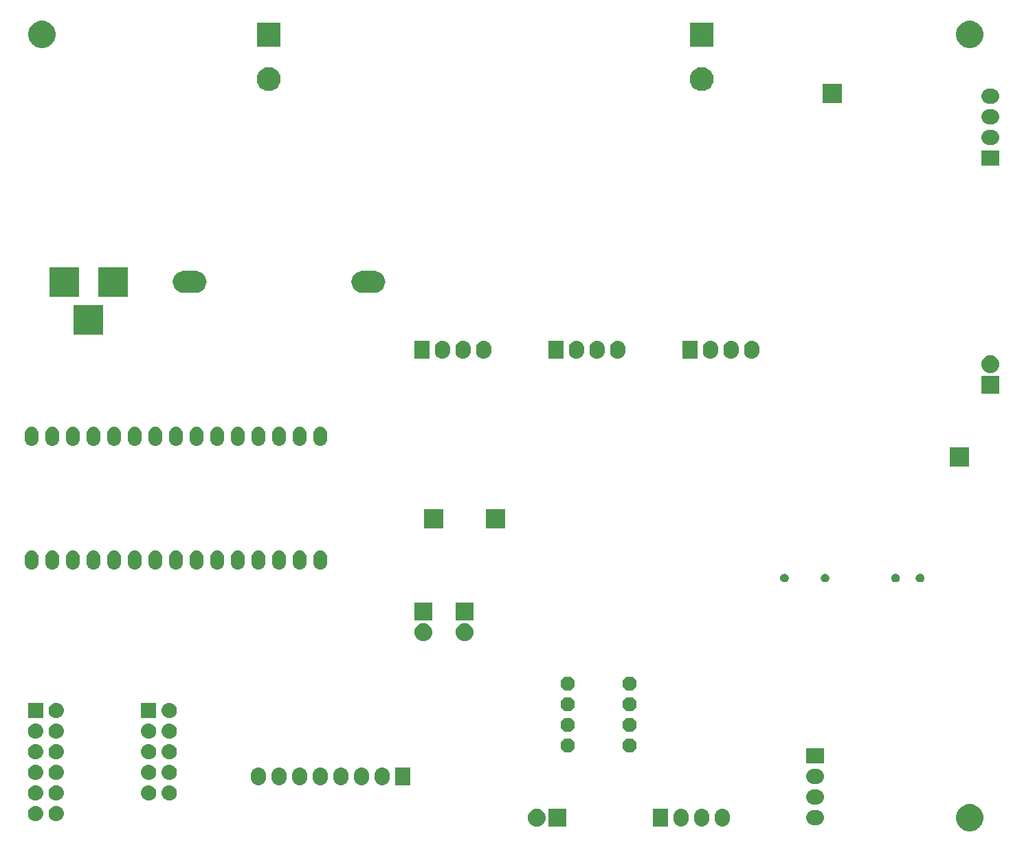
<source format=gbs>
G04 #@! TF.GenerationSoftware,KiCad,Pcbnew,5.0.0-rc2*
G04 #@! TF.CreationDate,2019-04-21T21:26:54-04:00*
G04 #@! TF.ProjectId,batterystation,6261747465727973746174696F6E2E6B,rev?*
G04 #@! TF.SameCoordinates,Original*
G04 #@! TF.FileFunction,Soldermask,Bot*
G04 #@! TF.FilePolarity,Negative*
%FSLAX46Y46*%
G04 Gerber Fmt 4.6, Leading zero omitted, Abs format (unit mm)*
G04 Created by KiCad (PCBNEW 5.0.0-rc2) date Sun Apr 21 21:26:54 2019*
%MOMM*%
%LPD*%
G01*
G04 APERTURE LIST*
%ADD10C,0.100000*%
G04 APERTURE END LIST*
D10*
G36*
X190988931Y-148248216D02*
X191293976Y-148374570D01*
X191293978Y-148374571D01*
X191568515Y-148558011D01*
X191801989Y-148791485D01*
X191967939Y-149039846D01*
X191985430Y-149066024D01*
X192111784Y-149371069D01*
X192176200Y-149694909D01*
X192176200Y-150025091D01*
X192111784Y-150348931D01*
X192033861Y-150537053D01*
X191985429Y-150653978D01*
X191801989Y-150928515D01*
X191568515Y-151161989D01*
X191293978Y-151345429D01*
X191293977Y-151345430D01*
X191293976Y-151345430D01*
X190988931Y-151471784D01*
X190665091Y-151536200D01*
X190334909Y-151536200D01*
X190011069Y-151471784D01*
X189706024Y-151345430D01*
X189706023Y-151345430D01*
X189706022Y-151345429D01*
X189431485Y-151161989D01*
X189198011Y-150928515D01*
X189014571Y-150653978D01*
X188966139Y-150537053D01*
X188888216Y-150348931D01*
X188823800Y-150025091D01*
X188823800Y-149694909D01*
X188888216Y-149371069D01*
X189014570Y-149066024D01*
X189032062Y-149039846D01*
X189198011Y-148791485D01*
X189431485Y-148558011D01*
X189706022Y-148374571D01*
X189706024Y-148374570D01*
X190011069Y-148248216D01*
X190334909Y-148183800D01*
X190665091Y-148183800D01*
X190988931Y-148248216D01*
X190988931Y-148248216D01*
G37*
G36*
X155124227Y-148781397D02*
X155124229Y-148781398D01*
X155124232Y-148781398D01*
X155301385Y-148835137D01*
X155454110Y-148916770D01*
X155464652Y-148922405D01*
X155607753Y-149039846D01*
X155725194Y-149182947D01*
X155725195Y-149182949D01*
X155812462Y-149346214D01*
X155866201Y-149523367D01*
X155866201Y-149523368D01*
X155866202Y-149523372D01*
X155879799Y-149661427D01*
X155879799Y-149661433D01*
X155879800Y-149860000D01*
X155879800Y-150058573D01*
X155866203Y-150196627D01*
X155866202Y-150196629D01*
X155866202Y-150196632D01*
X155812463Y-150373785D01*
X155730830Y-150526510D01*
X155725195Y-150537052D01*
X155607754Y-150680153D01*
X155464653Y-150797594D01*
X155464651Y-150797595D01*
X155301386Y-150884862D01*
X155124233Y-150938601D01*
X155124230Y-150938601D01*
X155124228Y-150938602D01*
X154940000Y-150956748D01*
X154755773Y-150938603D01*
X154755771Y-150938602D01*
X154755768Y-150938602D01*
X154578615Y-150884863D01*
X154415350Y-150797596D01*
X154415348Y-150797595D01*
X154272247Y-150680154D01*
X154154806Y-150537053D01*
X154073347Y-150384653D01*
X154067538Y-150373786D01*
X154013799Y-150196633D01*
X154013799Y-150196630D01*
X154013798Y-150196628D01*
X154000201Y-150058573D01*
X154000200Y-149661427D01*
X154013797Y-149523373D01*
X154013798Y-149523371D01*
X154013798Y-149523368D01*
X154067537Y-149346215D01*
X154154804Y-149182950D01*
X154154805Y-149182948D01*
X154272246Y-149039847D01*
X154415347Y-148922406D01*
X154425889Y-148916772D01*
X154578614Y-148835138D01*
X154755767Y-148781399D01*
X154755770Y-148781399D01*
X154755772Y-148781398D01*
X154940000Y-148763252D01*
X155124227Y-148781397D01*
X155124227Y-148781397D01*
G37*
G36*
X157664227Y-148781397D02*
X157664229Y-148781398D01*
X157664232Y-148781398D01*
X157841385Y-148835137D01*
X157994110Y-148916770D01*
X158004652Y-148922405D01*
X158147753Y-149039846D01*
X158265194Y-149182947D01*
X158265195Y-149182949D01*
X158352462Y-149346214D01*
X158406201Y-149523367D01*
X158406201Y-149523368D01*
X158406202Y-149523372D01*
X158419799Y-149661427D01*
X158419799Y-149661433D01*
X158419800Y-149860000D01*
X158419800Y-150058573D01*
X158406203Y-150196627D01*
X158406202Y-150196629D01*
X158406202Y-150196632D01*
X158352463Y-150373785D01*
X158270830Y-150526510D01*
X158265195Y-150537052D01*
X158147754Y-150680153D01*
X158004653Y-150797594D01*
X158004651Y-150797595D01*
X157841386Y-150884862D01*
X157664233Y-150938601D01*
X157664230Y-150938601D01*
X157664228Y-150938602D01*
X157480000Y-150956748D01*
X157295773Y-150938603D01*
X157295771Y-150938602D01*
X157295768Y-150938602D01*
X157118615Y-150884863D01*
X156955350Y-150797596D01*
X156955348Y-150797595D01*
X156812247Y-150680154D01*
X156694806Y-150537053D01*
X156613347Y-150384653D01*
X156607538Y-150373786D01*
X156553799Y-150196633D01*
X156553799Y-150196630D01*
X156553798Y-150196628D01*
X156540201Y-150058573D01*
X156540200Y-149661427D01*
X156553797Y-149523373D01*
X156553798Y-149523371D01*
X156553798Y-149523368D01*
X156607537Y-149346215D01*
X156694804Y-149182950D01*
X156694805Y-149182948D01*
X156812246Y-149039847D01*
X156955347Y-148922406D01*
X156965889Y-148916772D01*
X157118614Y-148835138D01*
X157295767Y-148781399D01*
X157295770Y-148781399D01*
X157295772Y-148781398D01*
X157480000Y-148763252D01*
X157664227Y-148781397D01*
X157664227Y-148781397D01*
G37*
G36*
X160204227Y-148781397D02*
X160204229Y-148781398D01*
X160204232Y-148781398D01*
X160381385Y-148835137D01*
X160534110Y-148916770D01*
X160544652Y-148922405D01*
X160687753Y-149039846D01*
X160805194Y-149182947D01*
X160805195Y-149182949D01*
X160892462Y-149346214D01*
X160946201Y-149523367D01*
X160946201Y-149523368D01*
X160946202Y-149523372D01*
X160959799Y-149661427D01*
X160959799Y-149661433D01*
X160959800Y-149860000D01*
X160959800Y-150058573D01*
X160946203Y-150196627D01*
X160946202Y-150196629D01*
X160946202Y-150196632D01*
X160892463Y-150373785D01*
X160810830Y-150526510D01*
X160805195Y-150537052D01*
X160687754Y-150680153D01*
X160544653Y-150797594D01*
X160544651Y-150797595D01*
X160381386Y-150884862D01*
X160204233Y-150938601D01*
X160204230Y-150938601D01*
X160204228Y-150938602D01*
X160020000Y-150956748D01*
X159835773Y-150938603D01*
X159835771Y-150938602D01*
X159835768Y-150938602D01*
X159658615Y-150884863D01*
X159495350Y-150797596D01*
X159495348Y-150797595D01*
X159352247Y-150680154D01*
X159234806Y-150537053D01*
X159153347Y-150384653D01*
X159147538Y-150373786D01*
X159093799Y-150196633D01*
X159093799Y-150196630D01*
X159093798Y-150196628D01*
X159080201Y-150058573D01*
X159080200Y-149661427D01*
X159093797Y-149523373D01*
X159093798Y-149523371D01*
X159093798Y-149523368D01*
X159147537Y-149346215D01*
X159234804Y-149182950D01*
X159234805Y-149182948D01*
X159352246Y-149039847D01*
X159495347Y-148922406D01*
X159505889Y-148916772D01*
X159658614Y-148835138D01*
X159835767Y-148781399D01*
X159835770Y-148781399D01*
X159835772Y-148781398D01*
X160020000Y-148763252D01*
X160204227Y-148781397D01*
X160204227Y-148781397D01*
G37*
G36*
X153339800Y-150952200D02*
X151460200Y-150952200D01*
X151460200Y-148767800D01*
X153339800Y-148767800D01*
X153339800Y-150952200D01*
X153339800Y-150952200D01*
G37*
G36*
X137374105Y-148783603D02*
X137374108Y-148783604D01*
X137374109Y-148783604D01*
X137579989Y-148846057D01*
X137718701Y-148920200D01*
X137769731Y-148947476D01*
X137936038Y-149083962D01*
X138072524Y-149250269D01*
X138072525Y-149250271D01*
X138173943Y-149440011D01*
X138236396Y-149645891D01*
X138236397Y-149645895D01*
X138257485Y-149860000D01*
X138236397Y-150074105D01*
X138236396Y-150074108D01*
X138236396Y-150074109D01*
X138173943Y-150279989D01*
X138118000Y-150384651D01*
X138072524Y-150469731D01*
X137936038Y-150636038D01*
X137769731Y-150772524D01*
X137769729Y-150772525D01*
X137579989Y-150873943D01*
X137374109Y-150936396D01*
X137374108Y-150936396D01*
X137374105Y-150936397D01*
X137213654Y-150952200D01*
X137106346Y-150952200D01*
X136945895Y-150936397D01*
X136945892Y-150936396D01*
X136945891Y-150936396D01*
X136740011Y-150873943D01*
X136550271Y-150772525D01*
X136550269Y-150772524D01*
X136383962Y-150636038D01*
X136247476Y-150469731D01*
X136202000Y-150384651D01*
X136146057Y-150279989D01*
X136083604Y-150074109D01*
X136083604Y-150074108D01*
X136083603Y-150074105D01*
X136062515Y-149860000D01*
X136083603Y-149645895D01*
X136083604Y-149645891D01*
X136146057Y-149440011D01*
X136247475Y-149250271D01*
X136247476Y-149250269D01*
X136383962Y-149083962D01*
X136550269Y-148947476D01*
X136601299Y-148920200D01*
X136740011Y-148846057D01*
X136945891Y-148783604D01*
X136945892Y-148783604D01*
X136945895Y-148783603D01*
X137106346Y-148767800D01*
X137213654Y-148767800D01*
X137374105Y-148783603D01*
X137374105Y-148783603D01*
G37*
G36*
X140792200Y-150952200D02*
X138607800Y-150952200D01*
X138607800Y-148767800D01*
X140792200Y-148767800D01*
X140792200Y-150952200D01*
X140792200Y-150952200D01*
G37*
G36*
X171786628Y-148933797D02*
X171786630Y-148933798D01*
X171786633Y-148933798D01*
X171963786Y-148987537D01*
X172110621Y-149066022D01*
X172127053Y-149074805D01*
X172270154Y-149192246D01*
X172387595Y-149335347D01*
X172387596Y-149335349D01*
X172474863Y-149498614D01*
X172528602Y-149675767D01*
X172528602Y-149675770D01*
X172528603Y-149675772D01*
X172546748Y-149860000D01*
X172528603Y-150044228D01*
X172528602Y-150044230D01*
X172528602Y-150044233D01*
X172474863Y-150221386D01*
X172406690Y-150348929D01*
X172387595Y-150384653D01*
X172270154Y-150527754D01*
X172127053Y-150645195D01*
X172127051Y-150645196D01*
X171963786Y-150732463D01*
X171786633Y-150786202D01*
X171786630Y-150786202D01*
X171786628Y-150786203D01*
X171648574Y-150799800D01*
X171251426Y-150799800D01*
X171113372Y-150786203D01*
X171113370Y-150786202D01*
X171113367Y-150786202D01*
X170936214Y-150732463D01*
X170772949Y-150645196D01*
X170772947Y-150645195D01*
X170629846Y-150527754D01*
X170512405Y-150384653D01*
X170493310Y-150348929D01*
X170425137Y-150221386D01*
X170371398Y-150044233D01*
X170371398Y-150044230D01*
X170371397Y-150044228D01*
X170353252Y-149860000D01*
X170371397Y-149675772D01*
X170371398Y-149675770D01*
X170371398Y-149675767D01*
X170425137Y-149498614D01*
X170512404Y-149335349D01*
X170512405Y-149335347D01*
X170629846Y-149192246D01*
X170772947Y-149074805D01*
X170789379Y-149066022D01*
X170936214Y-148987537D01*
X171113367Y-148933798D01*
X171113370Y-148933798D01*
X171113372Y-148933797D01*
X171251426Y-148920200D01*
X171648574Y-148920200D01*
X171786628Y-148933797D01*
X171786628Y-148933797D01*
G37*
G36*
X75596128Y-148425797D02*
X75596130Y-148425798D01*
X75596133Y-148425798D01*
X75773286Y-148479537D01*
X75920100Y-148558011D01*
X75936553Y-148566805D01*
X76079654Y-148684246D01*
X76197095Y-148827347D01*
X76197096Y-148827349D01*
X76284363Y-148990614D01*
X76338102Y-149167767D01*
X76338102Y-149167770D01*
X76338103Y-149167772D01*
X76356248Y-149352000D01*
X76338103Y-149536228D01*
X76338102Y-149536230D01*
X76338102Y-149536233D01*
X76284363Y-149713386D01*
X76205996Y-149860000D01*
X76197095Y-149876653D01*
X76079654Y-150019754D01*
X75936553Y-150137195D01*
X75936551Y-150137196D01*
X75773286Y-150224463D01*
X75596133Y-150278202D01*
X75596130Y-150278202D01*
X75596128Y-150278203D01*
X75458074Y-150291800D01*
X75365726Y-150291800D01*
X75227672Y-150278203D01*
X75227670Y-150278202D01*
X75227667Y-150278202D01*
X75050514Y-150224463D01*
X74887249Y-150137196D01*
X74887247Y-150137195D01*
X74744146Y-150019754D01*
X74626705Y-149876653D01*
X74617804Y-149860000D01*
X74539437Y-149713386D01*
X74485698Y-149536233D01*
X74485698Y-149536230D01*
X74485697Y-149536228D01*
X74467552Y-149352000D01*
X74485697Y-149167772D01*
X74485698Y-149167770D01*
X74485698Y-149167767D01*
X74539437Y-148990614D01*
X74626704Y-148827349D01*
X74626705Y-148827347D01*
X74744146Y-148684246D01*
X74887247Y-148566805D01*
X74903700Y-148558011D01*
X75050514Y-148479537D01*
X75227667Y-148425798D01*
X75227670Y-148425798D01*
X75227672Y-148425797D01*
X75365726Y-148412200D01*
X75458074Y-148412200D01*
X75596128Y-148425797D01*
X75596128Y-148425797D01*
G37*
G36*
X78136128Y-148425797D02*
X78136130Y-148425798D01*
X78136133Y-148425798D01*
X78313286Y-148479537D01*
X78460100Y-148558011D01*
X78476553Y-148566805D01*
X78619654Y-148684246D01*
X78737095Y-148827347D01*
X78737096Y-148827349D01*
X78824363Y-148990614D01*
X78878102Y-149167767D01*
X78878102Y-149167770D01*
X78878103Y-149167772D01*
X78896248Y-149352000D01*
X78878103Y-149536228D01*
X78878102Y-149536230D01*
X78878102Y-149536233D01*
X78824363Y-149713386D01*
X78745996Y-149860000D01*
X78737095Y-149876653D01*
X78619654Y-150019754D01*
X78476553Y-150137195D01*
X78476551Y-150137196D01*
X78313286Y-150224463D01*
X78136133Y-150278202D01*
X78136130Y-150278202D01*
X78136128Y-150278203D01*
X77998074Y-150291800D01*
X77905726Y-150291800D01*
X77767672Y-150278203D01*
X77767670Y-150278202D01*
X77767667Y-150278202D01*
X77590514Y-150224463D01*
X77427249Y-150137196D01*
X77427247Y-150137195D01*
X77284146Y-150019754D01*
X77166705Y-149876653D01*
X77157804Y-149860000D01*
X77079437Y-149713386D01*
X77025698Y-149536233D01*
X77025698Y-149536230D01*
X77025697Y-149536228D01*
X77007552Y-149352000D01*
X77025697Y-149167772D01*
X77025698Y-149167770D01*
X77025698Y-149167767D01*
X77079437Y-148990614D01*
X77166704Y-148827349D01*
X77166705Y-148827347D01*
X77284146Y-148684246D01*
X77427247Y-148566805D01*
X77443700Y-148558011D01*
X77590514Y-148479537D01*
X77767667Y-148425798D01*
X77767670Y-148425798D01*
X77767672Y-148425797D01*
X77905726Y-148412200D01*
X77998074Y-148412200D01*
X78136128Y-148425797D01*
X78136128Y-148425797D01*
G37*
G36*
X171786628Y-146393797D02*
X171786630Y-146393798D01*
X171786633Y-146393798D01*
X171963786Y-146447537D01*
X172116511Y-146529170D01*
X172127053Y-146534805D01*
X172270154Y-146652246D01*
X172387595Y-146795347D01*
X172387596Y-146795349D01*
X172474863Y-146958614D01*
X172528602Y-147135767D01*
X172528602Y-147135770D01*
X172528603Y-147135772D01*
X172546748Y-147320000D01*
X172528603Y-147504228D01*
X172528602Y-147504230D01*
X172528602Y-147504233D01*
X172474863Y-147681386D01*
X172393230Y-147834111D01*
X172387595Y-147844653D01*
X172270154Y-147987754D01*
X172127053Y-148105195D01*
X172127051Y-148105196D01*
X171963786Y-148192463D01*
X171786633Y-148246202D01*
X171786630Y-148246202D01*
X171786628Y-148246203D01*
X171648574Y-148259800D01*
X171251426Y-148259800D01*
X171113372Y-148246203D01*
X171113370Y-148246202D01*
X171113367Y-148246202D01*
X170936214Y-148192463D01*
X170772949Y-148105196D01*
X170772947Y-148105195D01*
X170629846Y-147987754D01*
X170512405Y-147844653D01*
X170506770Y-147834111D01*
X170425137Y-147681386D01*
X170371398Y-147504233D01*
X170371398Y-147504230D01*
X170371397Y-147504228D01*
X170353252Y-147320000D01*
X170371397Y-147135772D01*
X170371398Y-147135770D01*
X170371398Y-147135767D01*
X170425137Y-146958614D01*
X170512404Y-146795349D01*
X170512405Y-146795347D01*
X170629846Y-146652246D01*
X170772947Y-146534805D01*
X170783489Y-146529170D01*
X170936214Y-146447537D01*
X171113367Y-146393798D01*
X171113370Y-146393798D01*
X171113372Y-146393797D01*
X171251426Y-146380200D01*
X171648574Y-146380200D01*
X171786628Y-146393797D01*
X171786628Y-146393797D01*
G37*
G36*
X78136128Y-145885797D02*
X78136130Y-145885798D01*
X78136133Y-145885798D01*
X78313286Y-145939537D01*
X78466011Y-146021170D01*
X78476553Y-146026805D01*
X78619654Y-146144246D01*
X78737095Y-146287347D01*
X78737096Y-146287349D01*
X78824363Y-146450614D01*
X78878102Y-146627767D01*
X78878102Y-146627770D01*
X78878103Y-146627772D01*
X78896248Y-146812000D01*
X78878103Y-146996228D01*
X78878102Y-146996230D01*
X78878102Y-146996233D01*
X78824363Y-147173386D01*
X78745996Y-147320000D01*
X78737095Y-147336653D01*
X78619654Y-147479754D01*
X78476553Y-147597195D01*
X78476551Y-147597196D01*
X78313286Y-147684463D01*
X78136133Y-147738202D01*
X78136130Y-147738202D01*
X78136128Y-147738203D01*
X77998074Y-147751800D01*
X77905726Y-147751800D01*
X77767672Y-147738203D01*
X77767670Y-147738202D01*
X77767667Y-147738202D01*
X77590514Y-147684463D01*
X77427249Y-147597196D01*
X77427247Y-147597195D01*
X77284146Y-147479754D01*
X77166705Y-147336653D01*
X77157804Y-147320000D01*
X77079437Y-147173386D01*
X77025698Y-146996233D01*
X77025698Y-146996230D01*
X77025697Y-146996228D01*
X77007552Y-146812000D01*
X77025697Y-146627772D01*
X77025698Y-146627770D01*
X77025698Y-146627767D01*
X77079437Y-146450614D01*
X77166704Y-146287349D01*
X77166705Y-146287347D01*
X77284146Y-146144246D01*
X77427247Y-146026805D01*
X77437789Y-146021170D01*
X77590514Y-145939537D01*
X77767667Y-145885798D01*
X77767670Y-145885798D01*
X77767672Y-145885797D01*
X77905726Y-145872200D01*
X77998074Y-145872200D01*
X78136128Y-145885797D01*
X78136128Y-145885797D01*
G37*
G36*
X89536128Y-145885797D02*
X89536130Y-145885798D01*
X89536133Y-145885798D01*
X89713286Y-145939537D01*
X89866011Y-146021170D01*
X89876553Y-146026805D01*
X90019654Y-146144246D01*
X90137095Y-146287347D01*
X90137096Y-146287349D01*
X90224363Y-146450614D01*
X90278102Y-146627767D01*
X90278102Y-146627770D01*
X90278103Y-146627772D01*
X90296248Y-146812000D01*
X90278103Y-146996228D01*
X90278102Y-146996230D01*
X90278102Y-146996233D01*
X90224363Y-147173386D01*
X90145996Y-147320000D01*
X90137095Y-147336653D01*
X90019654Y-147479754D01*
X89876553Y-147597195D01*
X89876551Y-147597196D01*
X89713286Y-147684463D01*
X89536133Y-147738202D01*
X89536130Y-147738202D01*
X89536128Y-147738203D01*
X89398074Y-147751800D01*
X89305726Y-147751800D01*
X89167672Y-147738203D01*
X89167670Y-147738202D01*
X89167667Y-147738202D01*
X88990514Y-147684463D01*
X88827249Y-147597196D01*
X88827247Y-147597195D01*
X88684146Y-147479754D01*
X88566705Y-147336653D01*
X88557804Y-147320000D01*
X88479437Y-147173386D01*
X88425698Y-146996233D01*
X88425698Y-146996230D01*
X88425697Y-146996228D01*
X88407552Y-146812000D01*
X88425697Y-146627772D01*
X88425698Y-146627770D01*
X88425698Y-146627767D01*
X88479437Y-146450614D01*
X88566704Y-146287349D01*
X88566705Y-146287347D01*
X88684146Y-146144246D01*
X88827247Y-146026805D01*
X88837789Y-146021170D01*
X88990514Y-145939537D01*
X89167667Y-145885798D01*
X89167670Y-145885798D01*
X89167672Y-145885797D01*
X89305726Y-145872200D01*
X89398074Y-145872200D01*
X89536128Y-145885797D01*
X89536128Y-145885797D01*
G37*
G36*
X92076128Y-145885797D02*
X92076130Y-145885798D01*
X92076133Y-145885798D01*
X92253286Y-145939537D01*
X92406011Y-146021170D01*
X92416553Y-146026805D01*
X92559654Y-146144246D01*
X92677095Y-146287347D01*
X92677096Y-146287349D01*
X92764363Y-146450614D01*
X92818102Y-146627767D01*
X92818102Y-146627770D01*
X92818103Y-146627772D01*
X92836248Y-146812000D01*
X92818103Y-146996228D01*
X92818102Y-146996230D01*
X92818102Y-146996233D01*
X92764363Y-147173386D01*
X92685996Y-147320000D01*
X92677095Y-147336653D01*
X92559654Y-147479754D01*
X92416553Y-147597195D01*
X92416551Y-147597196D01*
X92253286Y-147684463D01*
X92076133Y-147738202D01*
X92076130Y-147738202D01*
X92076128Y-147738203D01*
X91938074Y-147751800D01*
X91845726Y-147751800D01*
X91707672Y-147738203D01*
X91707670Y-147738202D01*
X91707667Y-147738202D01*
X91530514Y-147684463D01*
X91367249Y-147597196D01*
X91367247Y-147597195D01*
X91224146Y-147479754D01*
X91106705Y-147336653D01*
X91097804Y-147320000D01*
X91019437Y-147173386D01*
X90965698Y-146996233D01*
X90965698Y-146996230D01*
X90965697Y-146996228D01*
X90947552Y-146812000D01*
X90965697Y-146627772D01*
X90965698Y-146627770D01*
X90965698Y-146627767D01*
X91019437Y-146450614D01*
X91106704Y-146287349D01*
X91106705Y-146287347D01*
X91224146Y-146144246D01*
X91367247Y-146026805D01*
X91377789Y-146021170D01*
X91530514Y-145939537D01*
X91707667Y-145885798D01*
X91707670Y-145885798D01*
X91707672Y-145885797D01*
X91845726Y-145872200D01*
X91938074Y-145872200D01*
X92076128Y-145885797D01*
X92076128Y-145885797D01*
G37*
G36*
X75596128Y-145885797D02*
X75596130Y-145885798D01*
X75596133Y-145885798D01*
X75773286Y-145939537D01*
X75926011Y-146021170D01*
X75936553Y-146026805D01*
X76079654Y-146144246D01*
X76197095Y-146287347D01*
X76197096Y-146287349D01*
X76284363Y-146450614D01*
X76338102Y-146627767D01*
X76338102Y-146627770D01*
X76338103Y-146627772D01*
X76356248Y-146812000D01*
X76338103Y-146996228D01*
X76338102Y-146996230D01*
X76338102Y-146996233D01*
X76284363Y-147173386D01*
X76205996Y-147320000D01*
X76197095Y-147336653D01*
X76079654Y-147479754D01*
X75936553Y-147597195D01*
X75936551Y-147597196D01*
X75773286Y-147684463D01*
X75596133Y-147738202D01*
X75596130Y-147738202D01*
X75596128Y-147738203D01*
X75458074Y-147751800D01*
X75365726Y-147751800D01*
X75227672Y-147738203D01*
X75227670Y-147738202D01*
X75227667Y-147738202D01*
X75050514Y-147684463D01*
X74887249Y-147597196D01*
X74887247Y-147597195D01*
X74744146Y-147479754D01*
X74626705Y-147336653D01*
X74617804Y-147320000D01*
X74539437Y-147173386D01*
X74485698Y-146996233D01*
X74485698Y-146996230D01*
X74485697Y-146996228D01*
X74467552Y-146812000D01*
X74485697Y-146627772D01*
X74485698Y-146627770D01*
X74485698Y-146627767D01*
X74539437Y-146450614D01*
X74626704Y-146287349D01*
X74626705Y-146287347D01*
X74744146Y-146144246D01*
X74887247Y-146026805D01*
X74897789Y-146021170D01*
X75050514Y-145939537D01*
X75227667Y-145885798D01*
X75227670Y-145885798D01*
X75227672Y-145885797D01*
X75365726Y-145872200D01*
X75458074Y-145872200D01*
X75596128Y-145885797D01*
X75596128Y-145885797D01*
G37*
G36*
X103054228Y-143701398D02*
X103054230Y-143701399D01*
X103054233Y-143701399D01*
X103231386Y-143755138D01*
X103384111Y-143836772D01*
X103394653Y-143842406D01*
X103537754Y-143959847D01*
X103655195Y-144102948D01*
X103655196Y-144102950D01*
X103742463Y-144266215D01*
X103796202Y-144443368D01*
X103796202Y-144443371D01*
X103796203Y-144443373D01*
X103809800Y-144581427D01*
X103809799Y-144978573D01*
X103796202Y-145116628D01*
X103796201Y-145116630D01*
X103796201Y-145116633D01*
X103742462Y-145293786D01*
X103736653Y-145304653D01*
X103655194Y-145457053D01*
X103537753Y-145600154D01*
X103394652Y-145717595D01*
X103394650Y-145717596D01*
X103231385Y-145804863D01*
X103054232Y-145858602D01*
X103054229Y-145858602D01*
X103054227Y-145858603D01*
X102870000Y-145876748D01*
X102685772Y-145858602D01*
X102685770Y-145858601D01*
X102685767Y-145858601D01*
X102508614Y-145804862D01*
X102345349Y-145717595D01*
X102345347Y-145717594D01*
X102202246Y-145600153D01*
X102084805Y-145457052D01*
X102079171Y-145446510D01*
X101997537Y-145293785D01*
X101943798Y-145116632D01*
X101943798Y-145116629D01*
X101943797Y-145116627D01*
X101930200Y-144978573D01*
X101930201Y-144780000D01*
X101930201Y-144581427D01*
X101943798Y-144443372D01*
X101943799Y-144443368D01*
X101943799Y-144443367D01*
X101997538Y-144266214D01*
X102084805Y-144102949D01*
X102084806Y-144102947D01*
X102202247Y-143959846D01*
X102345348Y-143842405D01*
X102355890Y-143836770D01*
X102508615Y-143755137D01*
X102685768Y-143701398D01*
X102685771Y-143701398D01*
X102685773Y-143701397D01*
X102870000Y-143683252D01*
X103054228Y-143701398D01*
X103054228Y-143701398D01*
G37*
G36*
X118294228Y-143701398D02*
X118294230Y-143701399D01*
X118294233Y-143701399D01*
X118471386Y-143755138D01*
X118624111Y-143836772D01*
X118634653Y-143842406D01*
X118777754Y-143959847D01*
X118895195Y-144102948D01*
X118895196Y-144102950D01*
X118982463Y-144266215D01*
X119036202Y-144443368D01*
X119036202Y-144443371D01*
X119036203Y-144443373D01*
X119049800Y-144581427D01*
X119049799Y-144978573D01*
X119036202Y-145116628D01*
X119036201Y-145116630D01*
X119036201Y-145116633D01*
X118982462Y-145293786D01*
X118976653Y-145304653D01*
X118895194Y-145457053D01*
X118777753Y-145600154D01*
X118634652Y-145717595D01*
X118634650Y-145717596D01*
X118471385Y-145804863D01*
X118294232Y-145858602D01*
X118294229Y-145858602D01*
X118294227Y-145858603D01*
X118110000Y-145876748D01*
X117925772Y-145858602D01*
X117925770Y-145858601D01*
X117925767Y-145858601D01*
X117748614Y-145804862D01*
X117585349Y-145717595D01*
X117585347Y-145717594D01*
X117442246Y-145600153D01*
X117324805Y-145457052D01*
X117319171Y-145446510D01*
X117237537Y-145293785D01*
X117183798Y-145116632D01*
X117183798Y-145116629D01*
X117183797Y-145116627D01*
X117170200Y-144978573D01*
X117170201Y-144780000D01*
X117170201Y-144581427D01*
X117183798Y-144443372D01*
X117183799Y-144443368D01*
X117183799Y-144443367D01*
X117237538Y-144266214D01*
X117324805Y-144102949D01*
X117324806Y-144102947D01*
X117442247Y-143959846D01*
X117585348Y-143842405D01*
X117595890Y-143836770D01*
X117748615Y-143755137D01*
X117925768Y-143701398D01*
X117925771Y-143701398D01*
X117925773Y-143701397D01*
X118110000Y-143683252D01*
X118294228Y-143701398D01*
X118294228Y-143701398D01*
G37*
G36*
X115754228Y-143701398D02*
X115754230Y-143701399D01*
X115754233Y-143701399D01*
X115931386Y-143755138D01*
X116084111Y-143836772D01*
X116094653Y-143842406D01*
X116237754Y-143959847D01*
X116355195Y-144102948D01*
X116355196Y-144102950D01*
X116442463Y-144266215D01*
X116496202Y-144443368D01*
X116496202Y-144443371D01*
X116496203Y-144443373D01*
X116509800Y-144581427D01*
X116509799Y-144978573D01*
X116496202Y-145116628D01*
X116496201Y-145116630D01*
X116496201Y-145116633D01*
X116442462Y-145293786D01*
X116436653Y-145304653D01*
X116355194Y-145457053D01*
X116237753Y-145600154D01*
X116094652Y-145717595D01*
X116094650Y-145717596D01*
X115931385Y-145804863D01*
X115754232Y-145858602D01*
X115754229Y-145858602D01*
X115754227Y-145858603D01*
X115570000Y-145876748D01*
X115385772Y-145858602D01*
X115385770Y-145858601D01*
X115385767Y-145858601D01*
X115208614Y-145804862D01*
X115045349Y-145717595D01*
X115045347Y-145717594D01*
X114902246Y-145600153D01*
X114784805Y-145457052D01*
X114779171Y-145446510D01*
X114697537Y-145293785D01*
X114643798Y-145116632D01*
X114643798Y-145116629D01*
X114643797Y-145116627D01*
X114630200Y-144978573D01*
X114630201Y-144780000D01*
X114630201Y-144581427D01*
X114643798Y-144443372D01*
X114643799Y-144443368D01*
X114643799Y-144443367D01*
X114697538Y-144266214D01*
X114784805Y-144102949D01*
X114784806Y-144102947D01*
X114902247Y-143959846D01*
X115045348Y-143842405D01*
X115055890Y-143836770D01*
X115208615Y-143755137D01*
X115385768Y-143701398D01*
X115385771Y-143701398D01*
X115385773Y-143701397D01*
X115570000Y-143683252D01*
X115754228Y-143701398D01*
X115754228Y-143701398D01*
G37*
G36*
X113214228Y-143701398D02*
X113214230Y-143701399D01*
X113214233Y-143701399D01*
X113391386Y-143755138D01*
X113544111Y-143836772D01*
X113554653Y-143842406D01*
X113697754Y-143959847D01*
X113815195Y-144102948D01*
X113815196Y-144102950D01*
X113902463Y-144266215D01*
X113956202Y-144443368D01*
X113956202Y-144443371D01*
X113956203Y-144443373D01*
X113969800Y-144581427D01*
X113969799Y-144978573D01*
X113956202Y-145116628D01*
X113956201Y-145116630D01*
X113956201Y-145116633D01*
X113902462Y-145293786D01*
X113896653Y-145304653D01*
X113815194Y-145457053D01*
X113697753Y-145600154D01*
X113554652Y-145717595D01*
X113554650Y-145717596D01*
X113391385Y-145804863D01*
X113214232Y-145858602D01*
X113214229Y-145858602D01*
X113214227Y-145858603D01*
X113030000Y-145876748D01*
X112845772Y-145858602D01*
X112845770Y-145858601D01*
X112845767Y-145858601D01*
X112668614Y-145804862D01*
X112505349Y-145717595D01*
X112505347Y-145717594D01*
X112362246Y-145600153D01*
X112244805Y-145457052D01*
X112239171Y-145446510D01*
X112157537Y-145293785D01*
X112103798Y-145116632D01*
X112103798Y-145116629D01*
X112103797Y-145116627D01*
X112090200Y-144978573D01*
X112090201Y-144780000D01*
X112090201Y-144581427D01*
X112103798Y-144443372D01*
X112103799Y-144443368D01*
X112103799Y-144443367D01*
X112157538Y-144266214D01*
X112244805Y-144102949D01*
X112244806Y-144102947D01*
X112362247Y-143959846D01*
X112505348Y-143842405D01*
X112515890Y-143836770D01*
X112668615Y-143755137D01*
X112845768Y-143701398D01*
X112845771Y-143701398D01*
X112845773Y-143701397D01*
X113030000Y-143683252D01*
X113214228Y-143701398D01*
X113214228Y-143701398D01*
G37*
G36*
X110674228Y-143701398D02*
X110674230Y-143701399D01*
X110674233Y-143701399D01*
X110851386Y-143755138D01*
X111004111Y-143836772D01*
X111014653Y-143842406D01*
X111157754Y-143959847D01*
X111275195Y-144102948D01*
X111275196Y-144102950D01*
X111362463Y-144266215D01*
X111416202Y-144443368D01*
X111416202Y-144443371D01*
X111416203Y-144443373D01*
X111429800Y-144581427D01*
X111429799Y-144978573D01*
X111416202Y-145116628D01*
X111416201Y-145116630D01*
X111416201Y-145116633D01*
X111362462Y-145293786D01*
X111356653Y-145304653D01*
X111275194Y-145457053D01*
X111157753Y-145600154D01*
X111014652Y-145717595D01*
X111014650Y-145717596D01*
X110851385Y-145804863D01*
X110674232Y-145858602D01*
X110674229Y-145858602D01*
X110674227Y-145858603D01*
X110490000Y-145876748D01*
X110305772Y-145858602D01*
X110305770Y-145858601D01*
X110305767Y-145858601D01*
X110128614Y-145804862D01*
X109965349Y-145717595D01*
X109965347Y-145717594D01*
X109822246Y-145600153D01*
X109704805Y-145457052D01*
X109699171Y-145446510D01*
X109617537Y-145293785D01*
X109563798Y-145116632D01*
X109563798Y-145116629D01*
X109563797Y-145116627D01*
X109550200Y-144978573D01*
X109550201Y-144780000D01*
X109550201Y-144581427D01*
X109563798Y-144443372D01*
X109563799Y-144443368D01*
X109563799Y-144443367D01*
X109617538Y-144266214D01*
X109704805Y-144102949D01*
X109704806Y-144102947D01*
X109822247Y-143959846D01*
X109965348Y-143842405D01*
X109975890Y-143836770D01*
X110128615Y-143755137D01*
X110305768Y-143701398D01*
X110305771Y-143701398D01*
X110305773Y-143701397D01*
X110490000Y-143683252D01*
X110674228Y-143701398D01*
X110674228Y-143701398D01*
G37*
G36*
X108134228Y-143701398D02*
X108134230Y-143701399D01*
X108134233Y-143701399D01*
X108311386Y-143755138D01*
X108464111Y-143836772D01*
X108474653Y-143842406D01*
X108617754Y-143959847D01*
X108735195Y-144102948D01*
X108735196Y-144102950D01*
X108822463Y-144266215D01*
X108876202Y-144443368D01*
X108876202Y-144443371D01*
X108876203Y-144443373D01*
X108889800Y-144581427D01*
X108889799Y-144978573D01*
X108876202Y-145116628D01*
X108876201Y-145116630D01*
X108876201Y-145116633D01*
X108822462Y-145293786D01*
X108816653Y-145304653D01*
X108735194Y-145457053D01*
X108617753Y-145600154D01*
X108474652Y-145717595D01*
X108474650Y-145717596D01*
X108311385Y-145804863D01*
X108134232Y-145858602D01*
X108134229Y-145858602D01*
X108134227Y-145858603D01*
X107950000Y-145876748D01*
X107765772Y-145858602D01*
X107765770Y-145858601D01*
X107765767Y-145858601D01*
X107588614Y-145804862D01*
X107425349Y-145717595D01*
X107425347Y-145717594D01*
X107282246Y-145600153D01*
X107164805Y-145457052D01*
X107159171Y-145446510D01*
X107077537Y-145293785D01*
X107023798Y-145116632D01*
X107023798Y-145116629D01*
X107023797Y-145116627D01*
X107010200Y-144978573D01*
X107010201Y-144780000D01*
X107010201Y-144581427D01*
X107023798Y-144443372D01*
X107023799Y-144443368D01*
X107023799Y-144443367D01*
X107077538Y-144266214D01*
X107164805Y-144102949D01*
X107164806Y-144102947D01*
X107282247Y-143959846D01*
X107425348Y-143842405D01*
X107435890Y-143836770D01*
X107588615Y-143755137D01*
X107765768Y-143701398D01*
X107765771Y-143701398D01*
X107765773Y-143701397D01*
X107950000Y-143683252D01*
X108134228Y-143701398D01*
X108134228Y-143701398D01*
G37*
G36*
X105594228Y-143701398D02*
X105594230Y-143701399D01*
X105594233Y-143701399D01*
X105771386Y-143755138D01*
X105924111Y-143836772D01*
X105934653Y-143842406D01*
X106077754Y-143959847D01*
X106195195Y-144102948D01*
X106195196Y-144102950D01*
X106282463Y-144266215D01*
X106336202Y-144443368D01*
X106336202Y-144443371D01*
X106336203Y-144443373D01*
X106349800Y-144581427D01*
X106349799Y-144978573D01*
X106336202Y-145116628D01*
X106336201Y-145116630D01*
X106336201Y-145116633D01*
X106282462Y-145293786D01*
X106276653Y-145304653D01*
X106195194Y-145457053D01*
X106077753Y-145600154D01*
X105934652Y-145717595D01*
X105934650Y-145717596D01*
X105771385Y-145804863D01*
X105594232Y-145858602D01*
X105594229Y-145858602D01*
X105594227Y-145858603D01*
X105410000Y-145876748D01*
X105225772Y-145858602D01*
X105225770Y-145858601D01*
X105225767Y-145858601D01*
X105048614Y-145804862D01*
X104885349Y-145717595D01*
X104885347Y-145717594D01*
X104742246Y-145600153D01*
X104624805Y-145457052D01*
X104619171Y-145446510D01*
X104537537Y-145293785D01*
X104483798Y-145116632D01*
X104483798Y-145116629D01*
X104483797Y-145116627D01*
X104470200Y-144978573D01*
X104470201Y-144780000D01*
X104470201Y-144581427D01*
X104483798Y-144443372D01*
X104483799Y-144443368D01*
X104483799Y-144443367D01*
X104537538Y-144266214D01*
X104624805Y-144102949D01*
X104624806Y-144102947D01*
X104742247Y-143959846D01*
X104885348Y-143842405D01*
X104895890Y-143836770D01*
X105048615Y-143755137D01*
X105225768Y-143701398D01*
X105225771Y-143701398D01*
X105225773Y-143701397D01*
X105410000Y-143683252D01*
X105594228Y-143701398D01*
X105594228Y-143701398D01*
G37*
G36*
X121589800Y-145872200D02*
X119710200Y-145872200D01*
X119710200Y-143687800D01*
X121589800Y-143687800D01*
X121589800Y-145872200D01*
X121589800Y-145872200D01*
G37*
G36*
X171786628Y-143853797D02*
X171786630Y-143853798D01*
X171786633Y-143853798D01*
X171963786Y-143907537D01*
X172116511Y-143989170D01*
X172127053Y-143994805D01*
X172270154Y-144112246D01*
X172387595Y-144255347D01*
X172387596Y-144255349D01*
X172474863Y-144418614D01*
X172528602Y-144595767D01*
X172528602Y-144595770D01*
X172528603Y-144595772D01*
X172546748Y-144780000D01*
X172528603Y-144964228D01*
X172528602Y-144964230D01*
X172528602Y-144964233D01*
X172474863Y-145141386D01*
X172393404Y-145293785D01*
X172387595Y-145304653D01*
X172270154Y-145447754D01*
X172127053Y-145565195D01*
X172127051Y-145565196D01*
X171963786Y-145652463D01*
X171786633Y-145706202D01*
X171786630Y-145706202D01*
X171786628Y-145706203D01*
X171648574Y-145719800D01*
X171251426Y-145719800D01*
X171113372Y-145706203D01*
X171113370Y-145706202D01*
X171113367Y-145706202D01*
X170936214Y-145652463D01*
X170772949Y-145565196D01*
X170772947Y-145565195D01*
X170629846Y-145447754D01*
X170512405Y-145304653D01*
X170506596Y-145293785D01*
X170425137Y-145141386D01*
X170371398Y-144964233D01*
X170371398Y-144964230D01*
X170371397Y-144964228D01*
X170353252Y-144780000D01*
X170371397Y-144595772D01*
X170371398Y-144595770D01*
X170371398Y-144595767D01*
X170425137Y-144418614D01*
X170512404Y-144255349D01*
X170512405Y-144255347D01*
X170629846Y-144112246D01*
X170772947Y-143994805D01*
X170783489Y-143989170D01*
X170936214Y-143907537D01*
X171113367Y-143853798D01*
X171113370Y-143853798D01*
X171113372Y-143853797D01*
X171251426Y-143840200D01*
X171648574Y-143840200D01*
X171786628Y-143853797D01*
X171786628Y-143853797D01*
G37*
G36*
X75596128Y-143345797D02*
X75596130Y-143345798D01*
X75596133Y-143345798D01*
X75773286Y-143399537D01*
X75926011Y-143481170D01*
X75936553Y-143486805D01*
X76079654Y-143604246D01*
X76197095Y-143747347D01*
X76197096Y-143747349D01*
X76284363Y-143910614D01*
X76338102Y-144087767D01*
X76338102Y-144087770D01*
X76338103Y-144087772D01*
X76356248Y-144272000D01*
X76338103Y-144456228D01*
X76338102Y-144456230D01*
X76338102Y-144456233D01*
X76284363Y-144633386D01*
X76205996Y-144780000D01*
X76197095Y-144796653D01*
X76079654Y-144939754D01*
X75936553Y-145057195D01*
X75936551Y-145057196D01*
X75773286Y-145144463D01*
X75596133Y-145198202D01*
X75596130Y-145198202D01*
X75596128Y-145198203D01*
X75458074Y-145211800D01*
X75365726Y-145211800D01*
X75227672Y-145198203D01*
X75227670Y-145198202D01*
X75227667Y-145198202D01*
X75050514Y-145144463D01*
X74887249Y-145057196D01*
X74887247Y-145057195D01*
X74744146Y-144939754D01*
X74626705Y-144796653D01*
X74617804Y-144780000D01*
X74539437Y-144633386D01*
X74485698Y-144456233D01*
X74485698Y-144456230D01*
X74485697Y-144456228D01*
X74467552Y-144272000D01*
X74485697Y-144087772D01*
X74485698Y-144087770D01*
X74485698Y-144087767D01*
X74539437Y-143910614D01*
X74626704Y-143747349D01*
X74626705Y-143747347D01*
X74744146Y-143604246D01*
X74887247Y-143486805D01*
X74897789Y-143481170D01*
X75050514Y-143399537D01*
X75227667Y-143345798D01*
X75227670Y-143345798D01*
X75227672Y-143345797D01*
X75365726Y-143332200D01*
X75458074Y-143332200D01*
X75596128Y-143345797D01*
X75596128Y-143345797D01*
G37*
G36*
X92076128Y-143345797D02*
X92076130Y-143345798D01*
X92076133Y-143345798D01*
X92253286Y-143399537D01*
X92406011Y-143481170D01*
X92416553Y-143486805D01*
X92559654Y-143604246D01*
X92677095Y-143747347D01*
X92677096Y-143747349D01*
X92764363Y-143910614D01*
X92818102Y-144087767D01*
X92818102Y-144087770D01*
X92818103Y-144087772D01*
X92836248Y-144272000D01*
X92818103Y-144456228D01*
X92818102Y-144456230D01*
X92818102Y-144456233D01*
X92764363Y-144633386D01*
X92685996Y-144780000D01*
X92677095Y-144796653D01*
X92559654Y-144939754D01*
X92416553Y-145057195D01*
X92416551Y-145057196D01*
X92253286Y-145144463D01*
X92076133Y-145198202D01*
X92076130Y-145198202D01*
X92076128Y-145198203D01*
X91938074Y-145211800D01*
X91845726Y-145211800D01*
X91707672Y-145198203D01*
X91707670Y-145198202D01*
X91707667Y-145198202D01*
X91530514Y-145144463D01*
X91367249Y-145057196D01*
X91367247Y-145057195D01*
X91224146Y-144939754D01*
X91106705Y-144796653D01*
X91097804Y-144780000D01*
X91019437Y-144633386D01*
X90965698Y-144456233D01*
X90965698Y-144456230D01*
X90965697Y-144456228D01*
X90947552Y-144272000D01*
X90965697Y-144087772D01*
X90965698Y-144087770D01*
X90965698Y-144087767D01*
X91019437Y-143910614D01*
X91106704Y-143747349D01*
X91106705Y-143747347D01*
X91224146Y-143604246D01*
X91367247Y-143486805D01*
X91377789Y-143481170D01*
X91530514Y-143399537D01*
X91707667Y-143345798D01*
X91707670Y-143345798D01*
X91707672Y-143345797D01*
X91845726Y-143332200D01*
X91938074Y-143332200D01*
X92076128Y-143345797D01*
X92076128Y-143345797D01*
G37*
G36*
X78136128Y-143345797D02*
X78136130Y-143345798D01*
X78136133Y-143345798D01*
X78313286Y-143399537D01*
X78466011Y-143481170D01*
X78476553Y-143486805D01*
X78619654Y-143604246D01*
X78737095Y-143747347D01*
X78737096Y-143747349D01*
X78824363Y-143910614D01*
X78878102Y-144087767D01*
X78878102Y-144087770D01*
X78878103Y-144087772D01*
X78896248Y-144272000D01*
X78878103Y-144456228D01*
X78878102Y-144456230D01*
X78878102Y-144456233D01*
X78824363Y-144633386D01*
X78745996Y-144780000D01*
X78737095Y-144796653D01*
X78619654Y-144939754D01*
X78476553Y-145057195D01*
X78476551Y-145057196D01*
X78313286Y-145144463D01*
X78136133Y-145198202D01*
X78136130Y-145198202D01*
X78136128Y-145198203D01*
X77998074Y-145211800D01*
X77905726Y-145211800D01*
X77767672Y-145198203D01*
X77767670Y-145198202D01*
X77767667Y-145198202D01*
X77590514Y-145144463D01*
X77427249Y-145057196D01*
X77427247Y-145057195D01*
X77284146Y-144939754D01*
X77166705Y-144796653D01*
X77157804Y-144780000D01*
X77079437Y-144633386D01*
X77025698Y-144456233D01*
X77025698Y-144456230D01*
X77025697Y-144456228D01*
X77007552Y-144272000D01*
X77025697Y-144087772D01*
X77025698Y-144087770D01*
X77025698Y-144087767D01*
X77079437Y-143910614D01*
X77166704Y-143747349D01*
X77166705Y-143747347D01*
X77284146Y-143604246D01*
X77427247Y-143486805D01*
X77437789Y-143481170D01*
X77590514Y-143399537D01*
X77767667Y-143345798D01*
X77767670Y-143345798D01*
X77767672Y-143345797D01*
X77905726Y-143332200D01*
X77998074Y-143332200D01*
X78136128Y-143345797D01*
X78136128Y-143345797D01*
G37*
G36*
X89536128Y-143345797D02*
X89536130Y-143345798D01*
X89536133Y-143345798D01*
X89713286Y-143399537D01*
X89866011Y-143481170D01*
X89876553Y-143486805D01*
X90019654Y-143604246D01*
X90137095Y-143747347D01*
X90137096Y-143747349D01*
X90224363Y-143910614D01*
X90278102Y-144087767D01*
X90278102Y-144087770D01*
X90278103Y-144087772D01*
X90296248Y-144272000D01*
X90278103Y-144456228D01*
X90278102Y-144456230D01*
X90278102Y-144456233D01*
X90224363Y-144633386D01*
X90145996Y-144780000D01*
X90137095Y-144796653D01*
X90019654Y-144939754D01*
X89876553Y-145057195D01*
X89876551Y-145057196D01*
X89713286Y-145144463D01*
X89536133Y-145198202D01*
X89536130Y-145198202D01*
X89536128Y-145198203D01*
X89398074Y-145211800D01*
X89305726Y-145211800D01*
X89167672Y-145198203D01*
X89167670Y-145198202D01*
X89167667Y-145198202D01*
X88990514Y-145144463D01*
X88827249Y-145057196D01*
X88827247Y-145057195D01*
X88684146Y-144939754D01*
X88566705Y-144796653D01*
X88557804Y-144780000D01*
X88479437Y-144633386D01*
X88425698Y-144456233D01*
X88425698Y-144456230D01*
X88425697Y-144456228D01*
X88407552Y-144272000D01*
X88425697Y-144087772D01*
X88425698Y-144087770D01*
X88425698Y-144087767D01*
X88479437Y-143910614D01*
X88566704Y-143747349D01*
X88566705Y-143747347D01*
X88684146Y-143604246D01*
X88827247Y-143486805D01*
X88837789Y-143481170D01*
X88990514Y-143399537D01*
X89167667Y-143345798D01*
X89167670Y-143345798D01*
X89167672Y-143345797D01*
X89305726Y-143332200D01*
X89398074Y-143332200D01*
X89536128Y-143345797D01*
X89536128Y-143345797D01*
G37*
G36*
X172542200Y-143179800D02*
X170357800Y-143179800D01*
X170357800Y-141300200D01*
X172542200Y-141300200D01*
X172542200Y-143179800D01*
X172542200Y-143179800D01*
G37*
G36*
X89536128Y-140805797D02*
X89536130Y-140805798D01*
X89536133Y-140805798D01*
X89713286Y-140859537D01*
X89866011Y-140941170D01*
X89876553Y-140946805D01*
X90019654Y-141064246D01*
X90137095Y-141207347D01*
X90137096Y-141207349D01*
X90224363Y-141370614D01*
X90278102Y-141547767D01*
X90278102Y-141547770D01*
X90278103Y-141547772D01*
X90296248Y-141732000D01*
X90278103Y-141916228D01*
X90278102Y-141916230D01*
X90278102Y-141916233D01*
X90224363Y-142093386D01*
X90142729Y-142246111D01*
X90137095Y-142256653D01*
X90019654Y-142399754D01*
X89876553Y-142517195D01*
X89876551Y-142517196D01*
X89713286Y-142604463D01*
X89536133Y-142658202D01*
X89536130Y-142658202D01*
X89536128Y-142658203D01*
X89398074Y-142671800D01*
X89305726Y-142671800D01*
X89167672Y-142658203D01*
X89167670Y-142658202D01*
X89167667Y-142658202D01*
X88990514Y-142604463D01*
X88827249Y-142517196D01*
X88827247Y-142517195D01*
X88684146Y-142399754D01*
X88566705Y-142256653D01*
X88561070Y-142246111D01*
X88479437Y-142093386D01*
X88425698Y-141916233D01*
X88425698Y-141916230D01*
X88425697Y-141916228D01*
X88407552Y-141732000D01*
X88425697Y-141547772D01*
X88425698Y-141547770D01*
X88425698Y-141547767D01*
X88479437Y-141370614D01*
X88566704Y-141207349D01*
X88566705Y-141207347D01*
X88684146Y-141064246D01*
X88827247Y-140946805D01*
X88837789Y-140941170D01*
X88990514Y-140859537D01*
X89167667Y-140805798D01*
X89167670Y-140805798D01*
X89167672Y-140805797D01*
X89305726Y-140792200D01*
X89398074Y-140792200D01*
X89536128Y-140805797D01*
X89536128Y-140805797D01*
G37*
G36*
X78136128Y-140805797D02*
X78136130Y-140805798D01*
X78136133Y-140805798D01*
X78313286Y-140859537D01*
X78466011Y-140941170D01*
X78476553Y-140946805D01*
X78619654Y-141064246D01*
X78737095Y-141207347D01*
X78737096Y-141207349D01*
X78824363Y-141370614D01*
X78878102Y-141547767D01*
X78878102Y-141547770D01*
X78878103Y-141547772D01*
X78896248Y-141732000D01*
X78878103Y-141916228D01*
X78878102Y-141916230D01*
X78878102Y-141916233D01*
X78824363Y-142093386D01*
X78742729Y-142246111D01*
X78737095Y-142256653D01*
X78619654Y-142399754D01*
X78476553Y-142517195D01*
X78476551Y-142517196D01*
X78313286Y-142604463D01*
X78136133Y-142658202D01*
X78136130Y-142658202D01*
X78136128Y-142658203D01*
X77998074Y-142671800D01*
X77905726Y-142671800D01*
X77767672Y-142658203D01*
X77767670Y-142658202D01*
X77767667Y-142658202D01*
X77590514Y-142604463D01*
X77427249Y-142517196D01*
X77427247Y-142517195D01*
X77284146Y-142399754D01*
X77166705Y-142256653D01*
X77161070Y-142246111D01*
X77079437Y-142093386D01*
X77025698Y-141916233D01*
X77025698Y-141916230D01*
X77025697Y-141916228D01*
X77007552Y-141732000D01*
X77025697Y-141547772D01*
X77025698Y-141547770D01*
X77025698Y-141547767D01*
X77079437Y-141370614D01*
X77166704Y-141207349D01*
X77166705Y-141207347D01*
X77284146Y-141064246D01*
X77427247Y-140946805D01*
X77437789Y-140941170D01*
X77590514Y-140859537D01*
X77767667Y-140805798D01*
X77767670Y-140805798D01*
X77767672Y-140805797D01*
X77905726Y-140792200D01*
X77998074Y-140792200D01*
X78136128Y-140805797D01*
X78136128Y-140805797D01*
G37*
G36*
X92076128Y-140805797D02*
X92076130Y-140805798D01*
X92076133Y-140805798D01*
X92253286Y-140859537D01*
X92406011Y-140941170D01*
X92416553Y-140946805D01*
X92559654Y-141064246D01*
X92677095Y-141207347D01*
X92677096Y-141207349D01*
X92764363Y-141370614D01*
X92818102Y-141547767D01*
X92818102Y-141547770D01*
X92818103Y-141547772D01*
X92836248Y-141732000D01*
X92818103Y-141916228D01*
X92818102Y-141916230D01*
X92818102Y-141916233D01*
X92764363Y-142093386D01*
X92682729Y-142246111D01*
X92677095Y-142256653D01*
X92559654Y-142399754D01*
X92416553Y-142517195D01*
X92416551Y-142517196D01*
X92253286Y-142604463D01*
X92076133Y-142658202D01*
X92076130Y-142658202D01*
X92076128Y-142658203D01*
X91938074Y-142671800D01*
X91845726Y-142671800D01*
X91707672Y-142658203D01*
X91707670Y-142658202D01*
X91707667Y-142658202D01*
X91530514Y-142604463D01*
X91367249Y-142517196D01*
X91367247Y-142517195D01*
X91224146Y-142399754D01*
X91106705Y-142256653D01*
X91101070Y-142246111D01*
X91019437Y-142093386D01*
X90965698Y-141916233D01*
X90965698Y-141916230D01*
X90965697Y-141916228D01*
X90947552Y-141732000D01*
X90965697Y-141547772D01*
X90965698Y-141547770D01*
X90965698Y-141547767D01*
X91019437Y-141370614D01*
X91106704Y-141207349D01*
X91106705Y-141207347D01*
X91224146Y-141064246D01*
X91367247Y-140946805D01*
X91377789Y-140941170D01*
X91530514Y-140859537D01*
X91707667Y-140805798D01*
X91707670Y-140805798D01*
X91707672Y-140805797D01*
X91845726Y-140792200D01*
X91938074Y-140792200D01*
X92076128Y-140805797D01*
X92076128Y-140805797D01*
G37*
G36*
X75596128Y-140805797D02*
X75596130Y-140805798D01*
X75596133Y-140805798D01*
X75773286Y-140859537D01*
X75926011Y-140941170D01*
X75936553Y-140946805D01*
X76079654Y-141064246D01*
X76197095Y-141207347D01*
X76197096Y-141207349D01*
X76284363Y-141370614D01*
X76338102Y-141547767D01*
X76338102Y-141547770D01*
X76338103Y-141547772D01*
X76356248Y-141732000D01*
X76338103Y-141916228D01*
X76338102Y-141916230D01*
X76338102Y-141916233D01*
X76284363Y-142093386D01*
X76202729Y-142246111D01*
X76197095Y-142256653D01*
X76079654Y-142399754D01*
X75936553Y-142517195D01*
X75936551Y-142517196D01*
X75773286Y-142604463D01*
X75596133Y-142658202D01*
X75596130Y-142658202D01*
X75596128Y-142658203D01*
X75458074Y-142671800D01*
X75365726Y-142671800D01*
X75227672Y-142658203D01*
X75227670Y-142658202D01*
X75227667Y-142658202D01*
X75050514Y-142604463D01*
X74887249Y-142517196D01*
X74887247Y-142517195D01*
X74744146Y-142399754D01*
X74626705Y-142256653D01*
X74621070Y-142246111D01*
X74539437Y-142093386D01*
X74485698Y-141916233D01*
X74485698Y-141916230D01*
X74485697Y-141916228D01*
X74467552Y-141732000D01*
X74485697Y-141547772D01*
X74485698Y-141547770D01*
X74485698Y-141547767D01*
X74539437Y-141370614D01*
X74626704Y-141207349D01*
X74626705Y-141207347D01*
X74744146Y-141064246D01*
X74887247Y-140946805D01*
X74897789Y-140941170D01*
X75050514Y-140859537D01*
X75227667Y-140805798D01*
X75227670Y-140805798D01*
X75227672Y-140805797D01*
X75365726Y-140792200D01*
X75458074Y-140792200D01*
X75596128Y-140805797D01*
X75596128Y-140805797D01*
G37*
G36*
X141141761Y-140106477D02*
X141141764Y-140106478D01*
X141141765Y-140106478D01*
X141306929Y-140156580D01*
X141459146Y-140237942D01*
X141592564Y-140347436D01*
X141702058Y-140480854D01*
X141783420Y-140633071D01*
X141831691Y-140792200D01*
X141833523Y-140798239D01*
X141850440Y-140970000D01*
X141833523Y-141141761D01*
X141833522Y-141141764D01*
X141833522Y-141141765D01*
X141783420Y-141306929D01*
X141702058Y-141459146D01*
X141592564Y-141592564D01*
X141459146Y-141702058D01*
X141306929Y-141783420D01*
X141141765Y-141833522D01*
X141141764Y-141833522D01*
X141141761Y-141833523D01*
X141013047Y-141846200D01*
X140926953Y-141846200D01*
X140798239Y-141833523D01*
X140798236Y-141833522D01*
X140798235Y-141833522D01*
X140633071Y-141783420D01*
X140480854Y-141702058D01*
X140347436Y-141592564D01*
X140237942Y-141459146D01*
X140156580Y-141306929D01*
X140106478Y-141141765D01*
X140106478Y-141141764D01*
X140106477Y-141141761D01*
X140089560Y-140970000D01*
X140106477Y-140798239D01*
X140108309Y-140792200D01*
X140156580Y-140633071D01*
X140237942Y-140480854D01*
X140347436Y-140347436D01*
X140480854Y-140237942D01*
X140633071Y-140156580D01*
X140798235Y-140106478D01*
X140798236Y-140106478D01*
X140798239Y-140106477D01*
X140926953Y-140093800D01*
X141013047Y-140093800D01*
X141141761Y-140106477D01*
X141141761Y-140106477D01*
G37*
G36*
X148761761Y-140106477D02*
X148761764Y-140106478D01*
X148761765Y-140106478D01*
X148926929Y-140156580D01*
X149079146Y-140237942D01*
X149212564Y-140347436D01*
X149322058Y-140480854D01*
X149403420Y-140633071D01*
X149451691Y-140792200D01*
X149453523Y-140798239D01*
X149470440Y-140970000D01*
X149453523Y-141141761D01*
X149453522Y-141141764D01*
X149453522Y-141141765D01*
X149403420Y-141306929D01*
X149322058Y-141459146D01*
X149212564Y-141592564D01*
X149079146Y-141702058D01*
X148926929Y-141783420D01*
X148761765Y-141833522D01*
X148761764Y-141833522D01*
X148761761Y-141833523D01*
X148633047Y-141846200D01*
X148546953Y-141846200D01*
X148418239Y-141833523D01*
X148418236Y-141833522D01*
X148418235Y-141833522D01*
X148253071Y-141783420D01*
X148100854Y-141702058D01*
X147967436Y-141592564D01*
X147857942Y-141459146D01*
X147776580Y-141306929D01*
X147726478Y-141141765D01*
X147726478Y-141141764D01*
X147726477Y-141141761D01*
X147709560Y-140970000D01*
X147726477Y-140798239D01*
X147728309Y-140792200D01*
X147776580Y-140633071D01*
X147857942Y-140480854D01*
X147967436Y-140347436D01*
X148100854Y-140237942D01*
X148253071Y-140156580D01*
X148418235Y-140106478D01*
X148418236Y-140106478D01*
X148418239Y-140106477D01*
X148546953Y-140093800D01*
X148633047Y-140093800D01*
X148761761Y-140106477D01*
X148761761Y-140106477D01*
G37*
G36*
X75596128Y-138265797D02*
X75596130Y-138265798D01*
X75596133Y-138265798D01*
X75773286Y-138319537D01*
X75926011Y-138401170D01*
X75936553Y-138406805D01*
X76079654Y-138524246D01*
X76197095Y-138667347D01*
X76197096Y-138667349D01*
X76284363Y-138830614D01*
X76338102Y-139007767D01*
X76338102Y-139007770D01*
X76338103Y-139007772D01*
X76356248Y-139192000D01*
X76338103Y-139376228D01*
X76338102Y-139376230D01*
X76338102Y-139376233D01*
X76284363Y-139553386D01*
X76202730Y-139706111D01*
X76197095Y-139716653D01*
X76079654Y-139859754D01*
X75936553Y-139977195D01*
X75936551Y-139977196D01*
X75773286Y-140064463D01*
X75596133Y-140118202D01*
X75596130Y-140118202D01*
X75596128Y-140118203D01*
X75458074Y-140131800D01*
X75365726Y-140131800D01*
X75227672Y-140118203D01*
X75227670Y-140118202D01*
X75227667Y-140118202D01*
X75050514Y-140064463D01*
X74887249Y-139977196D01*
X74887247Y-139977195D01*
X74744146Y-139859754D01*
X74626705Y-139716653D01*
X74621071Y-139706111D01*
X74539437Y-139553386D01*
X74485698Y-139376233D01*
X74485698Y-139376230D01*
X74485697Y-139376228D01*
X74467552Y-139192000D01*
X74485697Y-139007772D01*
X74485698Y-139007770D01*
X74485698Y-139007767D01*
X74539437Y-138830614D01*
X74626704Y-138667349D01*
X74626705Y-138667347D01*
X74744146Y-138524246D01*
X74887247Y-138406805D01*
X74897789Y-138401171D01*
X75050514Y-138319537D01*
X75227667Y-138265798D01*
X75227670Y-138265798D01*
X75227672Y-138265797D01*
X75365726Y-138252200D01*
X75458074Y-138252200D01*
X75596128Y-138265797D01*
X75596128Y-138265797D01*
G37*
G36*
X78136128Y-138265797D02*
X78136130Y-138265798D01*
X78136133Y-138265798D01*
X78313286Y-138319537D01*
X78466011Y-138401170D01*
X78476553Y-138406805D01*
X78619654Y-138524246D01*
X78737095Y-138667347D01*
X78737096Y-138667349D01*
X78824363Y-138830614D01*
X78878102Y-139007767D01*
X78878102Y-139007770D01*
X78878103Y-139007772D01*
X78896248Y-139192000D01*
X78878103Y-139376228D01*
X78878102Y-139376230D01*
X78878102Y-139376233D01*
X78824363Y-139553386D01*
X78742730Y-139706111D01*
X78737095Y-139716653D01*
X78619654Y-139859754D01*
X78476553Y-139977195D01*
X78476551Y-139977196D01*
X78313286Y-140064463D01*
X78136133Y-140118202D01*
X78136130Y-140118202D01*
X78136128Y-140118203D01*
X77998074Y-140131800D01*
X77905726Y-140131800D01*
X77767672Y-140118203D01*
X77767670Y-140118202D01*
X77767667Y-140118202D01*
X77590514Y-140064463D01*
X77427249Y-139977196D01*
X77427247Y-139977195D01*
X77284146Y-139859754D01*
X77166705Y-139716653D01*
X77161071Y-139706111D01*
X77079437Y-139553386D01*
X77025698Y-139376233D01*
X77025698Y-139376230D01*
X77025697Y-139376228D01*
X77007552Y-139192000D01*
X77025697Y-139007772D01*
X77025698Y-139007770D01*
X77025698Y-139007767D01*
X77079437Y-138830614D01*
X77166704Y-138667349D01*
X77166705Y-138667347D01*
X77284146Y-138524246D01*
X77427247Y-138406805D01*
X77437789Y-138401171D01*
X77590514Y-138319537D01*
X77767667Y-138265798D01*
X77767670Y-138265798D01*
X77767672Y-138265797D01*
X77905726Y-138252200D01*
X77998074Y-138252200D01*
X78136128Y-138265797D01*
X78136128Y-138265797D01*
G37*
G36*
X92076128Y-138265797D02*
X92076130Y-138265798D01*
X92076133Y-138265798D01*
X92253286Y-138319537D01*
X92406011Y-138401170D01*
X92416553Y-138406805D01*
X92559654Y-138524246D01*
X92677095Y-138667347D01*
X92677096Y-138667349D01*
X92764363Y-138830614D01*
X92818102Y-139007767D01*
X92818102Y-139007770D01*
X92818103Y-139007772D01*
X92836248Y-139192000D01*
X92818103Y-139376228D01*
X92818102Y-139376230D01*
X92818102Y-139376233D01*
X92764363Y-139553386D01*
X92682730Y-139706111D01*
X92677095Y-139716653D01*
X92559654Y-139859754D01*
X92416553Y-139977195D01*
X92416551Y-139977196D01*
X92253286Y-140064463D01*
X92076133Y-140118202D01*
X92076130Y-140118202D01*
X92076128Y-140118203D01*
X91938074Y-140131800D01*
X91845726Y-140131800D01*
X91707672Y-140118203D01*
X91707670Y-140118202D01*
X91707667Y-140118202D01*
X91530514Y-140064463D01*
X91367249Y-139977196D01*
X91367247Y-139977195D01*
X91224146Y-139859754D01*
X91106705Y-139716653D01*
X91101071Y-139706111D01*
X91019437Y-139553386D01*
X90965698Y-139376233D01*
X90965698Y-139376230D01*
X90965697Y-139376228D01*
X90947552Y-139192000D01*
X90965697Y-139007772D01*
X90965698Y-139007770D01*
X90965698Y-139007767D01*
X91019437Y-138830614D01*
X91106704Y-138667349D01*
X91106705Y-138667347D01*
X91224146Y-138524246D01*
X91367247Y-138406805D01*
X91377789Y-138401171D01*
X91530514Y-138319537D01*
X91707667Y-138265798D01*
X91707670Y-138265798D01*
X91707672Y-138265797D01*
X91845726Y-138252200D01*
X91938074Y-138252200D01*
X92076128Y-138265797D01*
X92076128Y-138265797D01*
G37*
G36*
X89536128Y-138265797D02*
X89536130Y-138265798D01*
X89536133Y-138265798D01*
X89713286Y-138319537D01*
X89866011Y-138401170D01*
X89876553Y-138406805D01*
X90019654Y-138524246D01*
X90137095Y-138667347D01*
X90137096Y-138667349D01*
X90224363Y-138830614D01*
X90278102Y-139007767D01*
X90278102Y-139007770D01*
X90278103Y-139007772D01*
X90296248Y-139192000D01*
X90278103Y-139376228D01*
X90278102Y-139376230D01*
X90278102Y-139376233D01*
X90224363Y-139553386D01*
X90142730Y-139706111D01*
X90137095Y-139716653D01*
X90019654Y-139859754D01*
X89876553Y-139977195D01*
X89876551Y-139977196D01*
X89713286Y-140064463D01*
X89536133Y-140118202D01*
X89536130Y-140118202D01*
X89536128Y-140118203D01*
X89398074Y-140131800D01*
X89305726Y-140131800D01*
X89167672Y-140118203D01*
X89167670Y-140118202D01*
X89167667Y-140118202D01*
X88990514Y-140064463D01*
X88827249Y-139977196D01*
X88827247Y-139977195D01*
X88684146Y-139859754D01*
X88566705Y-139716653D01*
X88561071Y-139706111D01*
X88479437Y-139553386D01*
X88425698Y-139376233D01*
X88425698Y-139376230D01*
X88425697Y-139376228D01*
X88407552Y-139192000D01*
X88425697Y-139007772D01*
X88425698Y-139007770D01*
X88425698Y-139007767D01*
X88479437Y-138830614D01*
X88566704Y-138667349D01*
X88566705Y-138667347D01*
X88684146Y-138524246D01*
X88827247Y-138406805D01*
X88837789Y-138401171D01*
X88990514Y-138319537D01*
X89167667Y-138265798D01*
X89167670Y-138265798D01*
X89167672Y-138265797D01*
X89305726Y-138252200D01*
X89398074Y-138252200D01*
X89536128Y-138265797D01*
X89536128Y-138265797D01*
G37*
G36*
X141141761Y-137566477D02*
X141141764Y-137566478D01*
X141141765Y-137566478D01*
X141306929Y-137616580D01*
X141459146Y-137697942D01*
X141592564Y-137807436D01*
X141702058Y-137940854D01*
X141783420Y-138093071D01*
X141831691Y-138252200D01*
X141833523Y-138258239D01*
X141850440Y-138430000D01*
X141833523Y-138601761D01*
X141833522Y-138601764D01*
X141833522Y-138601765D01*
X141783420Y-138766929D01*
X141702058Y-138919146D01*
X141592564Y-139052564D01*
X141459146Y-139162058D01*
X141306929Y-139243420D01*
X141141765Y-139293522D01*
X141141764Y-139293522D01*
X141141761Y-139293523D01*
X141013047Y-139306200D01*
X140926953Y-139306200D01*
X140798239Y-139293523D01*
X140798236Y-139293522D01*
X140798235Y-139293522D01*
X140633071Y-139243420D01*
X140480854Y-139162058D01*
X140347436Y-139052564D01*
X140237942Y-138919146D01*
X140156580Y-138766929D01*
X140106478Y-138601765D01*
X140106478Y-138601764D01*
X140106477Y-138601761D01*
X140089560Y-138430000D01*
X140106477Y-138258239D01*
X140108309Y-138252200D01*
X140156580Y-138093071D01*
X140237942Y-137940854D01*
X140347436Y-137807436D01*
X140480854Y-137697942D01*
X140633071Y-137616580D01*
X140798235Y-137566478D01*
X140798236Y-137566478D01*
X140798239Y-137566477D01*
X140926953Y-137553800D01*
X141013047Y-137553800D01*
X141141761Y-137566477D01*
X141141761Y-137566477D01*
G37*
G36*
X148761761Y-137566477D02*
X148761764Y-137566478D01*
X148761765Y-137566478D01*
X148926929Y-137616580D01*
X149079146Y-137697942D01*
X149212564Y-137807436D01*
X149322058Y-137940854D01*
X149403420Y-138093071D01*
X149451691Y-138252200D01*
X149453523Y-138258239D01*
X149470440Y-138430000D01*
X149453523Y-138601761D01*
X149453522Y-138601764D01*
X149453522Y-138601765D01*
X149403420Y-138766929D01*
X149322058Y-138919146D01*
X149212564Y-139052564D01*
X149079146Y-139162058D01*
X148926929Y-139243420D01*
X148761765Y-139293522D01*
X148761764Y-139293522D01*
X148761761Y-139293523D01*
X148633047Y-139306200D01*
X148546953Y-139306200D01*
X148418239Y-139293523D01*
X148418236Y-139293522D01*
X148418235Y-139293522D01*
X148253071Y-139243420D01*
X148100854Y-139162058D01*
X147967436Y-139052564D01*
X147857942Y-138919146D01*
X147776580Y-138766929D01*
X147726478Y-138601765D01*
X147726478Y-138601764D01*
X147726477Y-138601761D01*
X147709560Y-138430000D01*
X147726477Y-138258239D01*
X147728309Y-138252200D01*
X147776580Y-138093071D01*
X147857942Y-137940854D01*
X147967436Y-137807436D01*
X148100854Y-137697942D01*
X148253071Y-137616580D01*
X148418235Y-137566478D01*
X148418236Y-137566478D01*
X148418239Y-137566477D01*
X148546953Y-137553800D01*
X148633047Y-137553800D01*
X148761761Y-137566477D01*
X148761761Y-137566477D01*
G37*
G36*
X78136128Y-135725797D02*
X78136130Y-135725798D01*
X78136133Y-135725798D01*
X78313286Y-135779537D01*
X78466011Y-135861171D01*
X78476553Y-135866805D01*
X78619654Y-135984246D01*
X78737095Y-136127347D01*
X78737096Y-136127349D01*
X78824363Y-136290614D01*
X78878102Y-136467767D01*
X78878102Y-136467770D01*
X78878103Y-136467772D01*
X78896248Y-136652000D01*
X78878103Y-136836228D01*
X78878102Y-136836230D01*
X78878102Y-136836233D01*
X78824363Y-137013386D01*
X78742730Y-137166111D01*
X78737095Y-137176653D01*
X78619654Y-137319754D01*
X78476553Y-137437195D01*
X78476551Y-137437196D01*
X78313286Y-137524463D01*
X78136133Y-137578202D01*
X78136130Y-137578202D01*
X78136128Y-137578203D01*
X77998074Y-137591800D01*
X77905726Y-137591800D01*
X77767672Y-137578203D01*
X77767670Y-137578202D01*
X77767667Y-137578202D01*
X77590514Y-137524463D01*
X77427249Y-137437196D01*
X77427247Y-137437195D01*
X77284146Y-137319754D01*
X77166705Y-137176653D01*
X77161070Y-137166111D01*
X77079437Y-137013386D01*
X77025698Y-136836233D01*
X77025698Y-136836230D01*
X77025697Y-136836228D01*
X77007552Y-136652000D01*
X77025697Y-136467772D01*
X77025698Y-136467770D01*
X77025698Y-136467767D01*
X77079437Y-136290614D01*
X77166704Y-136127349D01*
X77166705Y-136127347D01*
X77284146Y-135984246D01*
X77427247Y-135866805D01*
X77437789Y-135861171D01*
X77590514Y-135779537D01*
X77767667Y-135725798D01*
X77767670Y-135725798D01*
X77767672Y-135725797D01*
X77905726Y-135712200D01*
X77998074Y-135712200D01*
X78136128Y-135725797D01*
X78136128Y-135725797D01*
G37*
G36*
X90291700Y-137591800D02*
X88412100Y-137591800D01*
X88412100Y-135712200D01*
X90291700Y-135712200D01*
X90291700Y-137591800D01*
X90291700Y-137591800D01*
G37*
G36*
X92076128Y-135725797D02*
X92076130Y-135725798D01*
X92076133Y-135725798D01*
X92253286Y-135779537D01*
X92406011Y-135861171D01*
X92416553Y-135866805D01*
X92559654Y-135984246D01*
X92677095Y-136127347D01*
X92677096Y-136127349D01*
X92764363Y-136290614D01*
X92818102Y-136467767D01*
X92818102Y-136467770D01*
X92818103Y-136467772D01*
X92836248Y-136652000D01*
X92818103Y-136836228D01*
X92818102Y-136836230D01*
X92818102Y-136836233D01*
X92764363Y-137013386D01*
X92682730Y-137166111D01*
X92677095Y-137176653D01*
X92559654Y-137319754D01*
X92416553Y-137437195D01*
X92416551Y-137437196D01*
X92253286Y-137524463D01*
X92076133Y-137578202D01*
X92076130Y-137578202D01*
X92076128Y-137578203D01*
X91938074Y-137591800D01*
X91845726Y-137591800D01*
X91707672Y-137578203D01*
X91707670Y-137578202D01*
X91707667Y-137578202D01*
X91530514Y-137524463D01*
X91367249Y-137437196D01*
X91367247Y-137437195D01*
X91224146Y-137319754D01*
X91106705Y-137176653D01*
X91101070Y-137166111D01*
X91019437Y-137013386D01*
X90965698Y-136836233D01*
X90965698Y-136836230D01*
X90965697Y-136836228D01*
X90947552Y-136652000D01*
X90965697Y-136467772D01*
X90965698Y-136467770D01*
X90965698Y-136467767D01*
X91019437Y-136290614D01*
X91106704Y-136127349D01*
X91106705Y-136127347D01*
X91224146Y-135984246D01*
X91367247Y-135866805D01*
X91377789Y-135861171D01*
X91530514Y-135779537D01*
X91707667Y-135725798D01*
X91707670Y-135725798D01*
X91707672Y-135725797D01*
X91845726Y-135712200D01*
X91938074Y-135712200D01*
X92076128Y-135725797D01*
X92076128Y-135725797D01*
G37*
G36*
X76351700Y-137591800D02*
X74472100Y-137591800D01*
X74472100Y-135712200D01*
X76351700Y-135712200D01*
X76351700Y-137591800D01*
X76351700Y-137591800D01*
G37*
G36*
X148761761Y-135026477D02*
X148761764Y-135026478D01*
X148761765Y-135026478D01*
X148926929Y-135076580D01*
X149079146Y-135157942D01*
X149212564Y-135267436D01*
X149322058Y-135400854D01*
X149403420Y-135553071D01*
X149451691Y-135712200D01*
X149453523Y-135718239D01*
X149470440Y-135890000D01*
X149453523Y-136061761D01*
X149453522Y-136061764D01*
X149453522Y-136061765D01*
X149403420Y-136226929D01*
X149322058Y-136379146D01*
X149212564Y-136512564D01*
X149079146Y-136622058D01*
X148926929Y-136703420D01*
X148761765Y-136753522D01*
X148761764Y-136753522D01*
X148761761Y-136753523D01*
X148633047Y-136766200D01*
X148546953Y-136766200D01*
X148418239Y-136753523D01*
X148418236Y-136753522D01*
X148418235Y-136753522D01*
X148253071Y-136703420D01*
X148100854Y-136622058D01*
X147967436Y-136512564D01*
X147857942Y-136379146D01*
X147776580Y-136226929D01*
X147726478Y-136061765D01*
X147726478Y-136061764D01*
X147726477Y-136061761D01*
X147709560Y-135890000D01*
X147726477Y-135718239D01*
X147728309Y-135712200D01*
X147776580Y-135553071D01*
X147857942Y-135400854D01*
X147967436Y-135267436D01*
X148100854Y-135157942D01*
X148253071Y-135076580D01*
X148418235Y-135026478D01*
X148418236Y-135026478D01*
X148418239Y-135026477D01*
X148546953Y-135013800D01*
X148633047Y-135013800D01*
X148761761Y-135026477D01*
X148761761Y-135026477D01*
G37*
G36*
X141141761Y-135026477D02*
X141141764Y-135026478D01*
X141141765Y-135026478D01*
X141306929Y-135076580D01*
X141459146Y-135157942D01*
X141592564Y-135267436D01*
X141702058Y-135400854D01*
X141783420Y-135553071D01*
X141831691Y-135712200D01*
X141833523Y-135718239D01*
X141850440Y-135890000D01*
X141833523Y-136061761D01*
X141833522Y-136061764D01*
X141833522Y-136061765D01*
X141783420Y-136226929D01*
X141702058Y-136379146D01*
X141592564Y-136512564D01*
X141459146Y-136622058D01*
X141306929Y-136703420D01*
X141141765Y-136753522D01*
X141141764Y-136753522D01*
X141141761Y-136753523D01*
X141013047Y-136766200D01*
X140926953Y-136766200D01*
X140798239Y-136753523D01*
X140798236Y-136753522D01*
X140798235Y-136753522D01*
X140633071Y-136703420D01*
X140480854Y-136622058D01*
X140347436Y-136512564D01*
X140237942Y-136379146D01*
X140156580Y-136226929D01*
X140106478Y-136061765D01*
X140106478Y-136061764D01*
X140106477Y-136061761D01*
X140089560Y-135890000D01*
X140106477Y-135718239D01*
X140108309Y-135712200D01*
X140156580Y-135553071D01*
X140237942Y-135400854D01*
X140347436Y-135267436D01*
X140480854Y-135157942D01*
X140633071Y-135076580D01*
X140798235Y-135026478D01*
X140798236Y-135026478D01*
X140798239Y-135026477D01*
X140926953Y-135013800D01*
X141013047Y-135013800D01*
X141141761Y-135026477D01*
X141141761Y-135026477D01*
G37*
G36*
X148761761Y-132486477D02*
X148761764Y-132486478D01*
X148761765Y-132486478D01*
X148926929Y-132536580D01*
X149079146Y-132617942D01*
X149212564Y-132727436D01*
X149322058Y-132860854D01*
X149403420Y-133013071D01*
X149453522Y-133178235D01*
X149453523Y-133178239D01*
X149470440Y-133350000D01*
X149453523Y-133521761D01*
X149453522Y-133521764D01*
X149453522Y-133521765D01*
X149403420Y-133686929D01*
X149322058Y-133839146D01*
X149212564Y-133972564D01*
X149079146Y-134082058D01*
X148926929Y-134163420D01*
X148761765Y-134213522D01*
X148761764Y-134213522D01*
X148761761Y-134213523D01*
X148633047Y-134226200D01*
X148546953Y-134226200D01*
X148418239Y-134213523D01*
X148418236Y-134213522D01*
X148418235Y-134213522D01*
X148253071Y-134163420D01*
X148100854Y-134082058D01*
X147967436Y-133972564D01*
X147857942Y-133839146D01*
X147776580Y-133686929D01*
X147726478Y-133521765D01*
X147726478Y-133521764D01*
X147726477Y-133521761D01*
X147709560Y-133350000D01*
X147726477Y-133178239D01*
X147726478Y-133178235D01*
X147776580Y-133013071D01*
X147857942Y-132860854D01*
X147967436Y-132727436D01*
X148100854Y-132617942D01*
X148253071Y-132536580D01*
X148418235Y-132486478D01*
X148418236Y-132486478D01*
X148418239Y-132486477D01*
X148546953Y-132473800D01*
X148633047Y-132473800D01*
X148761761Y-132486477D01*
X148761761Y-132486477D01*
G37*
G36*
X141141761Y-132486477D02*
X141141764Y-132486478D01*
X141141765Y-132486478D01*
X141306929Y-132536580D01*
X141459146Y-132617942D01*
X141592564Y-132727436D01*
X141702058Y-132860854D01*
X141783420Y-133013071D01*
X141833522Y-133178235D01*
X141833523Y-133178239D01*
X141850440Y-133350000D01*
X141833523Y-133521761D01*
X141833522Y-133521764D01*
X141833522Y-133521765D01*
X141783420Y-133686929D01*
X141702058Y-133839146D01*
X141592564Y-133972564D01*
X141459146Y-134082058D01*
X141306929Y-134163420D01*
X141141765Y-134213522D01*
X141141764Y-134213522D01*
X141141761Y-134213523D01*
X141013047Y-134226200D01*
X140926953Y-134226200D01*
X140798239Y-134213523D01*
X140798236Y-134213522D01*
X140798235Y-134213522D01*
X140633071Y-134163420D01*
X140480854Y-134082058D01*
X140347436Y-133972564D01*
X140237942Y-133839146D01*
X140156580Y-133686929D01*
X140106478Y-133521765D01*
X140106478Y-133521764D01*
X140106477Y-133521761D01*
X140089560Y-133350000D01*
X140106477Y-133178239D01*
X140106478Y-133178235D01*
X140156580Y-133013071D01*
X140237942Y-132860854D01*
X140347436Y-132727436D01*
X140480854Y-132617942D01*
X140633071Y-132536580D01*
X140798235Y-132486478D01*
X140798236Y-132486478D01*
X140798239Y-132486477D01*
X140926953Y-132473800D01*
X141013047Y-132473800D01*
X141141761Y-132486477D01*
X141141761Y-132486477D01*
G37*
G36*
X128484105Y-125923603D02*
X128484108Y-125923604D01*
X128484109Y-125923604D01*
X128689989Y-125986057D01*
X128858032Y-126075878D01*
X128879731Y-126087476D01*
X129046038Y-126223962D01*
X129182524Y-126390269D01*
X129182525Y-126390271D01*
X129283943Y-126580011D01*
X129283943Y-126580012D01*
X129346397Y-126785895D01*
X129367485Y-127000000D01*
X129346397Y-127214105D01*
X129346396Y-127214108D01*
X129346396Y-127214109D01*
X129283943Y-127419989D01*
X129194122Y-127588032D01*
X129182524Y-127609731D01*
X129046038Y-127776038D01*
X128879731Y-127912524D01*
X128879729Y-127912525D01*
X128689989Y-128013943D01*
X128484109Y-128076396D01*
X128484108Y-128076396D01*
X128484105Y-128076397D01*
X128323654Y-128092200D01*
X128216346Y-128092200D01*
X128055895Y-128076397D01*
X128055892Y-128076396D01*
X128055891Y-128076396D01*
X127850011Y-128013943D01*
X127660271Y-127912525D01*
X127660269Y-127912524D01*
X127493962Y-127776038D01*
X127357476Y-127609731D01*
X127345878Y-127588032D01*
X127256057Y-127419989D01*
X127193604Y-127214109D01*
X127193604Y-127214108D01*
X127193603Y-127214105D01*
X127172515Y-127000000D01*
X127193603Y-126785895D01*
X127256057Y-126580012D01*
X127256057Y-126580011D01*
X127357475Y-126390271D01*
X127357476Y-126390269D01*
X127493962Y-126223962D01*
X127660269Y-126087476D01*
X127681968Y-126075878D01*
X127850011Y-125986057D01*
X128055891Y-125923604D01*
X128055892Y-125923604D01*
X128055895Y-125923603D01*
X128216346Y-125907800D01*
X128323654Y-125907800D01*
X128484105Y-125923603D01*
X128484105Y-125923603D01*
G37*
G36*
X123404105Y-125923603D02*
X123404108Y-125923604D01*
X123404109Y-125923604D01*
X123609989Y-125986057D01*
X123778032Y-126075878D01*
X123799731Y-126087476D01*
X123966038Y-126223962D01*
X124102524Y-126390269D01*
X124102525Y-126390271D01*
X124203943Y-126580011D01*
X124203943Y-126580012D01*
X124266397Y-126785895D01*
X124287485Y-127000000D01*
X124266397Y-127214105D01*
X124266396Y-127214108D01*
X124266396Y-127214109D01*
X124203943Y-127419989D01*
X124114122Y-127588032D01*
X124102524Y-127609731D01*
X123966038Y-127776038D01*
X123799731Y-127912524D01*
X123799729Y-127912525D01*
X123609989Y-128013943D01*
X123404109Y-128076396D01*
X123404108Y-128076396D01*
X123404105Y-128076397D01*
X123243654Y-128092200D01*
X123136346Y-128092200D01*
X122975895Y-128076397D01*
X122975892Y-128076396D01*
X122975891Y-128076396D01*
X122770011Y-128013943D01*
X122580271Y-127912525D01*
X122580269Y-127912524D01*
X122413962Y-127776038D01*
X122277476Y-127609731D01*
X122265878Y-127588032D01*
X122176057Y-127419989D01*
X122113604Y-127214109D01*
X122113604Y-127214108D01*
X122113603Y-127214105D01*
X122092515Y-127000000D01*
X122113603Y-126785895D01*
X122176057Y-126580012D01*
X122176057Y-126580011D01*
X122277475Y-126390271D01*
X122277476Y-126390269D01*
X122413962Y-126223962D01*
X122580269Y-126087476D01*
X122601968Y-126075878D01*
X122770011Y-125986057D01*
X122975891Y-125923604D01*
X122975892Y-125923604D01*
X122975895Y-125923603D01*
X123136346Y-125907800D01*
X123243654Y-125907800D01*
X123404105Y-125923603D01*
X123404105Y-125923603D01*
G37*
G36*
X129362200Y-125552200D02*
X127177800Y-125552200D01*
X127177800Y-123367800D01*
X129362200Y-123367800D01*
X129362200Y-125552200D01*
X129362200Y-125552200D01*
G37*
G36*
X124282200Y-125552200D02*
X122097800Y-125552200D01*
X122097800Y-123367800D01*
X124282200Y-123367800D01*
X124282200Y-125552200D01*
X124282200Y-125552200D01*
G37*
G36*
X172833489Y-119819022D02*
X172929247Y-119858686D01*
X173015434Y-119916275D01*
X173088725Y-119989566D01*
X173146314Y-120075753D01*
X173185978Y-120171511D01*
X173206200Y-120273174D01*
X173206200Y-120376826D01*
X173185978Y-120478489D01*
X173146314Y-120574247D01*
X173088725Y-120660434D01*
X173015434Y-120733725D01*
X172929247Y-120791314D01*
X172833489Y-120830978D01*
X172731826Y-120851200D01*
X172628174Y-120851200D01*
X172526511Y-120830978D01*
X172430753Y-120791314D01*
X172344566Y-120733725D01*
X172271275Y-120660434D01*
X172213686Y-120574247D01*
X172174022Y-120478489D01*
X172153800Y-120376826D01*
X172153800Y-120273174D01*
X172174022Y-120171511D01*
X172213686Y-120075753D01*
X172271275Y-119989566D01*
X172344566Y-119916275D01*
X172430753Y-119858686D01*
X172526511Y-119819022D01*
X172628174Y-119798800D01*
X172731826Y-119798800D01*
X172833489Y-119819022D01*
X172833489Y-119819022D01*
G37*
G36*
X167833489Y-119819022D02*
X167929247Y-119858686D01*
X168015434Y-119916275D01*
X168088725Y-119989566D01*
X168146314Y-120075753D01*
X168185978Y-120171511D01*
X168206200Y-120273174D01*
X168206200Y-120376826D01*
X168185978Y-120478489D01*
X168146314Y-120574247D01*
X168088725Y-120660434D01*
X168015434Y-120733725D01*
X167929247Y-120791314D01*
X167833489Y-120830978D01*
X167731826Y-120851200D01*
X167628174Y-120851200D01*
X167526511Y-120830978D01*
X167430753Y-120791314D01*
X167344566Y-120733725D01*
X167271275Y-120660434D01*
X167213686Y-120574247D01*
X167174022Y-120478489D01*
X167153800Y-120376826D01*
X167153800Y-120273174D01*
X167174022Y-120171511D01*
X167213686Y-120075753D01*
X167271275Y-119989566D01*
X167344566Y-119916275D01*
X167430753Y-119858686D01*
X167526511Y-119819022D01*
X167628174Y-119798800D01*
X167731826Y-119798800D01*
X167833489Y-119819022D01*
X167833489Y-119819022D01*
G37*
G36*
X181533489Y-119819022D02*
X181629247Y-119858686D01*
X181715434Y-119916275D01*
X181788725Y-119989566D01*
X181846314Y-120075753D01*
X181885978Y-120171511D01*
X181906200Y-120273174D01*
X181906200Y-120376826D01*
X181885978Y-120478489D01*
X181846314Y-120574247D01*
X181788725Y-120660434D01*
X181715434Y-120733725D01*
X181629247Y-120791314D01*
X181533489Y-120830978D01*
X181431826Y-120851200D01*
X181328174Y-120851200D01*
X181226511Y-120830978D01*
X181130753Y-120791314D01*
X181044566Y-120733725D01*
X180971275Y-120660434D01*
X180913686Y-120574247D01*
X180874022Y-120478489D01*
X180853800Y-120376826D01*
X180853800Y-120273174D01*
X180874022Y-120171511D01*
X180913686Y-120075753D01*
X180971275Y-119989566D01*
X181044566Y-119916275D01*
X181130753Y-119858686D01*
X181226511Y-119819022D01*
X181328174Y-119798800D01*
X181431826Y-119798800D01*
X181533489Y-119819022D01*
X181533489Y-119819022D01*
G37*
G36*
X184533489Y-119819022D02*
X184629247Y-119858686D01*
X184715434Y-119916275D01*
X184788725Y-119989566D01*
X184846314Y-120075753D01*
X184885978Y-120171511D01*
X184906200Y-120273174D01*
X184906200Y-120376826D01*
X184885978Y-120478489D01*
X184846314Y-120574247D01*
X184788725Y-120660434D01*
X184715434Y-120733725D01*
X184629247Y-120791314D01*
X184533489Y-120830978D01*
X184431826Y-120851200D01*
X184328174Y-120851200D01*
X184226511Y-120830978D01*
X184130753Y-120791314D01*
X184044566Y-120733725D01*
X183971275Y-120660434D01*
X183913686Y-120574247D01*
X183874022Y-120478489D01*
X183853800Y-120376826D01*
X183853800Y-120273174D01*
X183874022Y-120171511D01*
X183913686Y-120075753D01*
X183971275Y-119989566D01*
X184044566Y-119916275D01*
X184130753Y-119858686D01*
X184226511Y-119819022D01*
X184328174Y-119798800D01*
X184431826Y-119798800D01*
X184533489Y-119819022D01*
X184533489Y-119819022D01*
G37*
G36*
X75094312Y-116946109D02*
X75094315Y-116946110D01*
X75094316Y-116946110D01*
X75131361Y-116957347D01*
X75252316Y-116994038D01*
X75397933Y-117071872D01*
X75525564Y-117176617D01*
X75630309Y-117304248D01*
X75708143Y-117449865D01*
X75708528Y-117451135D01*
X75756071Y-117607864D01*
X75756072Y-117607869D01*
X75768200Y-117731006D01*
X75768199Y-118488995D01*
X75756071Y-118612132D01*
X75708142Y-118770136D01*
X75630308Y-118915753D01*
X75525563Y-119043384D01*
X75397932Y-119148129D01*
X75252315Y-119225963D01*
X75131360Y-119262654D01*
X75094315Y-119273891D01*
X75094314Y-119273891D01*
X75094311Y-119273892D01*
X74930001Y-119290076D01*
X74765688Y-119273891D01*
X74765685Y-119273890D01*
X74765684Y-119273890D01*
X74728639Y-119262653D01*
X74607684Y-119225962D01*
X74462067Y-119148128D01*
X74334436Y-119043383D01*
X74229691Y-118915752D01*
X74151857Y-118770135D01*
X74115166Y-118649180D01*
X74103929Y-118612135D01*
X74103929Y-118612134D01*
X74103928Y-118612131D01*
X74091800Y-118488994D01*
X74091801Y-117731005D01*
X74103929Y-117607868D01*
X74151858Y-117449864D01*
X74229692Y-117304247D01*
X74334437Y-117176616D01*
X74462068Y-117071871D01*
X74607685Y-116994037D01*
X74728640Y-116957346D01*
X74765685Y-116946109D01*
X74765686Y-116946109D01*
X74765689Y-116946108D01*
X74929999Y-116929924D01*
X75094312Y-116946109D01*
X75094312Y-116946109D01*
G37*
G36*
X77634312Y-116946109D02*
X77634315Y-116946110D01*
X77634316Y-116946110D01*
X77671361Y-116957347D01*
X77792316Y-116994038D01*
X77937933Y-117071872D01*
X78065564Y-117176617D01*
X78170309Y-117304248D01*
X78248143Y-117449865D01*
X78248528Y-117451135D01*
X78296071Y-117607864D01*
X78296072Y-117607869D01*
X78308200Y-117731006D01*
X78308199Y-118488995D01*
X78296071Y-118612132D01*
X78248142Y-118770136D01*
X78170308Y-118915753D01*
X78065563Y-119043384D01*
X77937932Y-119148129D01*
X77792315Y-119225963D01*
X77671360Y-119262654D01*
X77634315Y-119273891D01*
X77634314Y-119273891D01*
X77634311Y-119273892D01*
X77470001Y-119290076D01*
X77305688Y-119273891D01*
X77305685Y-119273890D01*
X77305684Y-119273890D01*
X77268639Y-119262653D01*
X77147684Y-119225962D01*
X77002067Y-119148128D01*
X76874436Y-119043383D01*
X76769691Y-118915752D01*
X76691857Y-118770135D01*
X76655166Y-118649180D01*
X76643929Y-118612135D01*
X76643929Y-118612134D01*
X76643928Y-118612131D01*
X76631800Y-118488994D01*
X76631801Y-117731005D01*
X76643929Y-117607868D01*
X76691858Y-117449864D01*
X76769692Y-117304247D01*
X76874437Y-117176616D01*
X77002068Y-117071871D01*
X77147685Y-116994037D01*
X77268640Y-116957346D01*
X77305685Y-116946109D01*
X77305686Y-116946109D01*
X77305689Y-116946108D01*
X77469999Y-116929924D01*
X77634312Y-116946109D01*
X77634312Y-116946109D01*
G37*
G36*
X82714312Y-116946109D02*
X82714315Y-116946110D01*
X82714316Y-116946110D01*
X82751361Y-116957347D01*
X82872316Y-116994038D01*
X83017933Y-117071872D01*
X83145564Y-117176617D01*
X83250309Y-117304248D01*
X83328143Y-117449865D01*
X83328528Y-117451135D01*
X83376071Y-117607864D01*
X83376072Y-117607869D01*
X83388200Y-117731006D01*
X83388199Y-118488995D01*
X83376071Y-118612132D01*
X83328142Y-118770136D01*
X83250308Y-118915753D01*
X83145563Y-119043384D01*
X83017932Y-119148129D01*
X82872315Y-119225963D01*
X82751360Y-119262654D01*
X82714315Y-119273891D01*
X82714314Y-119273891D01*
X82714311Y-119273892D01*
X82550001Y-119290076D01*
X82385688Y-119273891D01*
X82385685Y-119273890D01*
X82385684Y-119273890D01*
X82348639Y-119262653D01*
X82227684Y-119225962D01*
X82082067Y-119148128D01*
X81954436Y-119043383D01*
X81849691Y-118915752D01*
X81771857Y-118770135D01*
X81735166Y-118649180D01*
X81723929Y-118612135D01*
X81723929Y-118612134D01*
X81723928Y-118612131D01*
X81711800Y-118488994D01*
X81711801Y-117731005D01*
X81723929Y-117607868D01*
X81771858Y-117449864D01*
X81849692Y-117304247D01*
X81954437Y-117176616D01*
X82082068Y-117071871D01*
X82227685Y-116994037D01*
X82348640Y-116957346D01*
X82385685Y-116946109D01*
X82385686Y-116946109D01*
X82385689Y-116946108D01*
X82549999Y-116929924D01*
X82714312Y-116946109D01*
X82714312Y-116946109D01*
G37*
G36*
X80174312Y-116946109D02*
X80174315Y-116946110D01*
X80174316Y-116946110D01*
X80211361Y-116957347D01*
X80332316Y-116994038D01*
X80477933Y-117071872D01*
X80605564Y-117176617D01*
X80710309Y-117304248D01*
X80788143Y-117449865D01*
X80788528Y-117451135D01*
X80836071Y-117607864D01*
X80836072Y-117607869D01*
X80848200Y-117731006D01*
X80848199Y-118488995D01*
X80836071Y-118612132D01*
X80788142Y-118770136D01*
X80710308Y-118915753D01*
X80605563Y-119043384D01*
X80477932Y-119148129D01*
X80332315Y-119225963D01*
X80211360Y-119262654D01*
X80174315Y-119273891D01*
X80174314Y-119273891D01*
X80174311Y-119273892D01*
X80010001Y-119290076D01*
X79845688Y-119273891D01*
X79845685Y-119273890D01*
X79845684Y-119273890D01*
X79808639Y-119262653D01*
X79687684Y-119225962D01*
X79542067Y-119148128D01*
X79414436Y-119043383D01*
X79309691Y-118915752D01*
X79231857Y-118770135D01*
X79195166Y-118649180D01*
X79183929Y-118612135D01*
X79183929Y-118612134D01*
X79183928Y-118612131D01*
X79171800Y-118488994D01*
X79171801Y-117731005D01*
X79183929Y-117607868D01*
X79231858Y-117449864D01*
X79309692Y-117304247D01*
X79414437Y-117176616D01*
X79542068Y-117071871D01*
X79687685Y-116994037D01*
X79808640Y-116957346D01*
X79845685Y-116946109D01*
X79845686Y-116946109D01*
X79845689Y-116946108D01*
X80009999Y-116929924D01*
X80174312Y-116946109D01*
X80174312Y-116946109D01*
G37*
G36*
X90334312Y-116947379D02*
X90334315Y-116947380D01*
X90334316Y-116947380D01*
X90371361Y-116958617D01*
X90492316Y-116995308D01*
X90637933Y-117073142D01*
X90765564Y-117177887D01*
X90870309Y-117305518D01*
X90948143Y-117451135D01*
X90984834Y-117572090D01*
X90996071Y-117609134D01*
X90996072Y-117609139D01*
X91008200Y-117732276D01*
X91008199Y-118487725D01*
X90996071Y-118610862D01*
X90948142Y-118768866D01*
X90870308Y-118914483D01*
X90765563Y-119042114D01*
X90637932Y-119146859D01*
X90492315Y-119224693D01*
X90371360Y-119261384D01*
X90334315Y-119272621D01*
X90334314Y-119272621D01*
X90334311Y-119272622D01*
X90170001Y-119288806D01*
X90005688Y-119272621D01*
X90005685Y-119272620D01*
X90005684Y-119272620D01*
X89968639Y-119261383D01*
X89847684Y-119224692D01*
X89702067Y-119146858D01*
X89574436Y-119042113D01*
X89469691Y-118914482D01*
X89391857Y-118768865D01*
X89344314Y-118612135D01*
X89343929Y-118610865D01*
X89343929Y-118610864D01*
X89343928Y-118610861D01*
X89331800Y-118487724D01*
X89331801Y-117732275D01*
X89343929Y-117609138D01*
X89391858Y-117451134D01*
X89469692Y-117305517D01*
X89574437Y-117177886D01*
X89702068Y-117073141D01*
X89847685Y-116995307D01*
X90005682Y-116947380D01*
X90005685Y-116947379D01*
X90005686Y-116947379D01*
X90005689Y-116947378D01*
X90169999Y-116931194D01*
X90334312Y-116947379D01*
X90334312Y-116947379D01*
G37*
G36*
X92874312Y-116947379D02*
X92874315Y-116947380D01*
X92874316Y-116947380D01*
X92911361Y-116958617D01*
X93032316Y-116995308D01*
X93177933Y-117073142D01*
X93305564Y-117177887D01*
X93410309Y-117305518D01*
X93488143Y-117451135D01*
X93524834Y-117572090D01*
X93536071Y-117609134D01*
X93536072Y-117609139D01*
X93548200Y-117732276D01*
X93548199Y-118487725D01*
X93536071Y-118610862D01*
X93488142Y-118768866D01*
X93410308Y-118914483D01*
X93305563Y-119042114D01*
X93177932Y-119146859D01*
X93032315Y-119224693D01*
X92911360Y-119261384D01*
X92874315Y-119272621D01*
X92874314Y-119272621D01*
X92874311Y-119272622D01*
X92710001Y-119288806D01*
X92545688Y-119272621D01*
X92545685Y-119272620D01*
X92545684Y-119272620D01*
X92508639Y-119261383D01*
X92387684Y-119224692D01*
X92242067Y-119146858D01*
X92114436Y-119042113D01*
X92009691Y-118914482D01*
X91931857Y-118768865D01*
X91884314Y-118612135D01*
X91883929Y-118610865D01*
X91883929Y-118610864D01*
X91883928Y-118610861D01*
X91871800Y-118487724D01*
X91871801Y-117732275D01*
X91883929Y-117609138D01*
X91931858Y-117451134D01*
X92009692Y-117305517D01*
X92114437Y-117177886D01*
X92242068Y-117073141D01*
X92387685Y-116995307D01*
X92545682Y-116947380D01*
X92545685Y-116947379D01*
X92545686Y-116947379D01*
X92545689Y-116947378D01*
X92709999Y-116931194D01*
X92874312Y-116947379D01*
X92874312Y-116947379D01*
G37*
G36*
X87794312Y-116947379D02*
X87794315Y-116947380D01*
X87794316Y-116947380D01*
X87831361Y-116958617D01*
X87952316Y-116995308D01*
X88097933Y-117073142D01*
X88225564Y-117177887D01*
X88330309Y-117305518D01*
X88408143Y-117451135D01*
X88444834Y-117572090D01*
X88456071Y-117609134D01*
X88456072Y-117609139D01*
X88468200Y-117732276D01*
X88468199Y-118487725D01*
X88456071Y-118610862D01*
X88408142Y-118768866D01*
X88330308Y-118914483D01*
X88225563Y-119042114D01*
X88097932Y-119146859D01*
X87952315Y-119224693D01*
X87831360Y-119261384D01*
X87794315Y-119272621D01*
X87794314Y-119272621D01*
X87794311Y-119272622D01*
X87630001Y-119288806D01*
X87465688Y-119272621D01*
X87465685Y-119272620D01*
X87465684Y-119272620D01*
X87428639Y-119261383D01*
X87307684Y-119224692D01*
X87162067Y-119146858D01*
X87034436Y-119042113D01*
X86929691Y-118914482D01*
X86851857Y-118768865D01*
X86804314Y-118612135D01*
X86803929Y-118610865D01*
X86803929Y-118610864D01*
X86803928Y-118610861D01*
X86791800Y-118487724D01*
X86791801Y-117732275D01*
X86803929Y-117609138D01*
X86851858Y-117451134D01*
X86929692Y-117305517D01*
X87034437Y-117177886D01*
X87162068Y-117073141D01*
X87307685Y-116995307D01*
X87465682Y-116947380D01*
X87465685Y-116947379D01*
X87465686Y-116947379D01*
X87465689Y-116947378D01*
X87629999Y-116931194D01*
X87794312Y-116947379D01*
X87794312Y-116947379D01*
G37*
G36*
X85254312Y-116947379D02*
X85254315Y-116947380D01*
X85254316Y-116947380D01*
X85291361Y-116958617D01*
X85412316Y-116995308D01*
X85557933Y-117073142D01*
X85685564Y-117177887D01*
X85790309Y-117305518D01*
X85868143Y-117451135D01*
X85904834Y-117572090D01*
X85916071Y-117609134D01*
X85916072Y-117609139D01*
X85928200Y-117732276D01*
X85928199Y-118487725D01*
X85916071Y-118610862D01*
X85868142Y-118768866D01*
X85790308Y-118914483D01*
X85685563Y-119042114D01*
X85557932Y-119146859D01*
X85412315Y-119224693D01*
X85291360Y-119261384D01*
X85254315Y-119272621D01*
X85254314Y-119272621D01*
X85254311Y-119272622D01*
X85090001Y-119288806D01*
X84925688Y-119272621D01*
X84925685Y-119272620D01*
X84925684Y-119272620D01*
X84888639Y-119261383D01*
X84767684Y-119224692D01*
X84622067Y-119146858D01*
X84494436Y-119042113D01*
X84389691Y-118914482D01*
X84311857Y-118768865D01*
X84264314Y-118612135D01*
X84263929Y-118610865D01*
X84263929Y-118610864D01*
X84263928Y-118610861D01*
X84251800Y-118487724D01*
X84251801Y-117732275D01*
X84263929Y-117609138D01*
X84311858Y-117451134D01*
X84389692Y-117305517D01*
X84494437Y-117177886D01*
X84622068Y-117073141D01*
X84767685Y-116995307D01*
X84925682Y-116947380D01*
X84925685Y-116947379D01*
X84925686Y-116947379D01*
X84925689Y-116947378D01*
X85089999Y-116931194D01*
X85254312Y-116947379D01*
X85254312Y-116947379D01*
G37*
G36*
X95414312Y-116947379D02*
X95414315Y-116947380D01*
X95414316Y-116947380D01*
X95451361Y-116958617D01*
X95572316Y-116995308D01*
X95717933Y-117073142D01*
X95845564Y-117177887D01*
X95950309Y-117305518D01*
X96028143Y-117451135D01*
X96064834Y-117572090D01*
X96076071Y-117609134D01*
X96076072Y-117609139D01*
X96088200Y-117732276D01*
X96088199Y-118487725D01*
X96076071Y-118610862D01*
X96028142Y-118768866D01*
X95950308Y-118914483D01*
X95845563Y-119042114D01*
X95717932Y-119146859D01*
X95572315Y-119224693D01*
X95451360Y-119261384D01*
X95414315Y-119272621D01*
X95414314Y-119272621D01*
X95414311Y-119272622D01*
X95250001Y-119288806D01*
X95085688Y-119272621D01*
X95085685Y-119272620D01*
X95085684Y-119272620D01*
X95048639Y-119261383D01*
X94927684Y-119224692D01*
X94782067Y-119146858D01*
X94654436Y-119042113D01*
X94549691Y-118914482D01*
X94471857Y-118768865D01*
X94424314Y-118612135D01*
X94423929Y-118610865D01*
X94423929Y-118610864D01*
X94423928Y-118610861D01*
X94411800Y-118487724D01*
X94411801Y-117732275D01*
X94423929Y-117609138D01*
X94471858Y-117451134D01*
X94549692Y-117305517D01*
X94654437Y-117177886D01*
X94782068Y-117073141D01*
X94927685Y-116995307D01*
X95085682Y-116947380D01*
X95085685Y-116947379D01*
X95085686Y-116947379D01*
X95085689Y-116947378D01*
X95249999Y-116931194D01*
X95414312Y-116947379D01*
X95414312Y-116947379D01*
G37*
G36*
X97954312Y-116947379D02*
X97954315Y-116947380D01*
X97954316Y-116947380D01*
X97991361Y-116958617D01*
X98112316Y-116995308D01*
X98257933Y-117073142D01*
X98385564Y-117177887D01*
X98490309Y-117305518D01*
X98568143Y-117451135D01*
X98604834Y-117572090D01*
X98616071Y-117609134D01*
X98616072Y-117609139D01*
X98628200Y-117732276D01*
X98628199Y-118487725D01*
X98616071Y-118610862D01*
X98568142Y-118768866D01*
X98490308Y-118914483D01*
X98385563Y-119042114D01*
X98257932Y-119146859D01*
X98112315Y-119224693D01*
X97991360Y-119261384D01*
X97954315Y-119272621D01*
X97954314Y-119272621D01*
X97954311Y-119272622D01*
X97790001Y-119288806D01*
X97625688Y-119272621D01*
X97625685Y-119272620D01*
X97625684Y-119272620D01*
X97588639Y-119261383D01*
X97467684Y-119224692D01*
X97322067Y-119146858D01*
X97194436Y-119042113D01*
X97089691Y-118914482D01*
X97011857Y-118768865D01*
X96964314Y-118612135D01*
X96963929Y-118610865D01*
X96963929Y-118610864D01*
X96963928Y-118610861D01*
X96951800Y-118487724D01*
X96951801Y-117732275D01*
X96963929Y-117609138D01*
X97011858Y-117451134D01*
X97089692Y-117305517D01*
X97194437Y-117177886D01*
X97322068Y-117073141D01*
X97467685Y-116995307D01*
X97625682Y-116947380D01*
X97625685Y-116947379D01*
X97625686Y-116947379D01*
X97625689Y-116947378D01*
X97789999Y-116931194D01*
X97954312Y-116947379D01*
X97954312Y-116947379D01*
G37*
G36*
X103034312Y-116947379D02*
X103034315Y-116947380D01*
X103034316Y-116947380D01*
X103071361Y-116958617D01*
X103192316Y-116995308D01*
X103337933Y-117073142D01*
X103465564Y-117177887D01*
X103570309Y-117305518D01*
X103648143Y-117451135D01*
X103684834Y-117572090D01*
X103696071Y-117609134D01*
X103696072Y-117609139D01*
X103708200Y-117732276D01*
X103708199Y-118487725D01*
X103696071Y-118610862D01*
X103648142Y-118768866D01*
X103570308Y-118914483D01*
X103465563Y-119042114D01*
X103337932Y-119146859D01*
X103192315Y-119224693D01*
X103071360Y-119261384D01*
X103034315Y-119272621D01*
X103034314Y-119272621D01*
X103034311Y-119272622D01*
X102870001Y-119288806D01*
X102705688Y-119272621D01*
X102705685Y-119272620D01*
X102705684Y-119272620D01*
X102668639Y-119261383D01*
X102547684Y-119224692D01*
X102402067Y-119146858D01*
X102274436Y-119042113D01*
X102169691Y-118914482D01*
X102091857Y-118768865D01*
X102044314Y-118612135D01*
X102043929Y-118610865D01*
X102043929Y-118610864D01*
X102043928Y-118610861D01*
X102031800Y-118487724D01*
X102031801Y-117732275D01*
X102043929Y-117609138D01*
X102091858Y-117451134D01*
X102169692Y-117305517D01*
X102274437Y-117177886D01*
X102402068Y-117073141D01*
X102547685Y-116995307D01*
X102705682Y-116947380D01*
X102705685Y-116947379D01*
X102705686Y-116947379D01*
X102705689Y-116947378D01*
X102869999Y-116931194D01*
X103034312Y-116947379D01*
X103034312Y-116947379D01*
G37*
G36*
X108114312Y-116947379D02*
X108114315Y-116947380D01*
X108114316Y-116947380D01*
X108151361Y-116958617D01*
X108272316Y-116995308D01*
X108417933Y-117073142D01*
X108545564Y-117177887D01*
X108650309Y-117305518D01*
X108728143Y-117451135D01*
X108764834Y-117572090D01*
X108776071Y-117609134D01*
X108776072Y-117609139D01*
X108788200Y-117732276D01*
X108788199Y-118487725D01*
X108776071Y-118610862D01*
X108728142Y-118768866D01*
X108650308Y-118914483D01*
X108545563Y-119042114D01*
X108417932Y-119146859D01*
X108272315Y-119224693D01*
X108151360Y-119261384D01*
X108114315Y-119272621D01*
X108114314Y-119272621D01*
X108114311Y-119272622D01*
X107950001Y-119288806D01*
X107785688Y-119272621D01*
X107785685Y-119272620D01*
X107785684Y-119272620D01*
X107748639Y-119261383D01*
X107627684Y-119224692D01*
X107482067Y-119146858D01*
X107354436Y-119042113D01*
X107249691Y-118914482D01*
X107171857Y-118768865D01*
X107124314Y-118612135D01*
X107123929Y-118610865D01*
X107123929Y-118610864D01*
X107123928Y-118610861D01*
X107111800Y-118487724D01*
X107111801Y-117732275D01*
X107123929Y-117609138D01*
X107171858Y-117451134D01*
X107249692Y-117305517D01*
X107354437Y-117177886D01*
X107482068Y-117073141D01*
X107627685Y-116995307D01*
X107785682Y-116947380D01*
X107785685Y-116947379D01*
X107785686Y-116947379D01*
X107785689Y-116947378D01*
X107949999Y-116931194D01*
X108114312Y-116947379D01*
X108114312Y-116947379D01*
G37*
G36*
X105574312Y-116947379D02*
X105574315Y-116947380D01*
X105574316Y-116947380D01*
X105611361Y-116958617D01*
X105732316Y-116995308D01*
X105877933Y-117073142D01*
X106005564Y-117177887D01*
X106110309Y-117305518D01*
X106188143Y-117451135D01*
X106224834Y-117572090D01*
X106236071Y-117609134D01*
X106236072Y-117609139D01*
X106248200Y-117732276D01*
X106248199Y-118487725D01*
X106236071Y-118610862D01*
X106188142Y-118768866D01*
X106110308Y-118914483D01*
X106005563Y-119042114D01*
X105877932Y-119146859D01*
X105732315Y-119224693D01*
X105611360Y-119261384D01*
X105574315Y-119272621D01*
X105574314Y-119272621D01*
X105574311Y-119272622D01*
X105410001Y-119288806D01*
X105245688Y-119272621D01*
X105245685Y-119272620D01*
X105245684Y-119272620D01*
X105208639Y-119261383D01*
X105087684Y-119224692D01*
X104942067Y-119146858D01*
X104814436Y-119042113D01*
X104709691Y-118914482D01*
X104631857Y-118768865D01*
X104584314Y-118612135D01*
X104583929Y-118610865D01*
X104583929Y-118610864D01*
X104583928Y-118610861D01*
X104571800Y-118487724D01*
X104571801Y-117732275D01*
X104583929Y-117609138D01*
X104631858Y-117451134D01*
X104709692Y-117305517D01*
X104814437Y-117177886D01*
X104942068Y-117073141D01*
X105087685Y-116995307D01*
X105245682Y-116947380D01*
X105245685Y-116947379D01*
X105245686Y-116947379D01*
X105245689Y-116947378D01*
X105409999Y-116931194D01*
X105574312Y-116947379D01*
X105574312Y-116947379D01*
G37*
G36*
X110654312Y-116947379D02*
X110654315Y-116947380D01*
X110654316Y-116947380D01*
X110691361Y-116958617D01*
X110812316Y-116995308D01*
X110957933Y-117073142D01*
X111085564Y-117177887D01*
X111190309Y-117305518D01*
X111268143Y-117451135D01*
X111304834Y-117572090D01*
X111316071Y-117609134D01*
X111316072Y-117609139D01*
X111328200Y-117732276D01*
X111328199Y-118487725D01*
X111316071Y-118610862D01*
X111268142Y-118768866D01*
X111190308Y-118914483D01*
X111085563Y-119042114D01*
X110957932Y-119146859D01*
X110812315Y-119224693D01*
X110691360Y-119261384D01*
X110654315Y-119272621D01*
X110654314Y-119272621D01*
X110654311Y-119272622D01*
X110490001Y-119288806D01*
X110325688Y-119272621D01*
X110325685Y-119272620D01*
X110325684Y-119272620D01*
X110288639Y-119261383D01*
X110167684Y-119224692D01*
X110022067Y-119146858D01*
X109894436Y-119042113D01*
X109789691Y-118914482D01*
X109711857Y-118768865D01*
X109664314Y-118612135D01*
X109663929Y-118610865D01*
X109663929Y-118610864D01*
X109663928Y-118610861D01*
X109651800Y-118487724D01*
X109651801Y-117732275D01*
X109663929Y-117609138D01*
X109711858Y-117451134D01*
X109789692Y-117305517D01*
X109894437Y-117177886D01*
X110022068Y-117073141D01*
X110167685Y-116995307D01*
X110325682Y-116947380D01*
X110325685Y-116947379D01*
X110325686Y-116947379D01*
X110325689Y-116947378D01*
X110489999Y-116931194D01*
X110654312Y-116947379D01*
X110654312Y-116947379D01*
G37*
G36*
X100494312Y-116947379D02*
X100494315Y-116947380D01*
X100494316Y-116947380D01*
X100531361Y-116958617D01*
X100652316Y-116995308D01*
X100797933Y-117073142D01*
X100925564Y-117177887D01*
X101030309Y-117305518D01*
X101108143Y-117451135D01*
X101144834Y-117572090D01*
X101156071Y-117609134D01*
X101156072Y-117609139D01*
X101168200Y-117732276D01*
X101168199Y-118487725D01*
X101156071Y-118610862D01*
X101108142Y-118768866D01*
X101030308Y-118914483D01*
X100925563Y-119042114D01*
X100797932Y-119146859D01*
X100652315Y-119224693D01*
X100531360Y-119261384D01*
X100494315Y-119272621D01*
X100494314Y-119272621D01*
X100494311Y-119272622D01*
X100330001Y-119288806D01*
X100165688Y-119272621D01*
X100165685Y-119272620D01*
X100165684Y-119272620D01*
X100128639Y-119261383D01*
X100007684Y-119224692D01*
X99862067Y-119146858D01*
X99734436Y-119042113D01*
X99629691Y-118914482D01*
X99551857Y-118768865D01*
X99504314Y-118612135D01*
X99503929Y-118610865D01*
X99503929Y-118610864D01*
X99503928Y-118610861D01*
X99491800Y-118487724D01*
X99491801Y-117732275D01*
X99503929Y-117609138D01*
X99551858Y-117451134D01*
X99629692Y-117305517D01*
X99734437Y-117177886D01*
X99862068Y-117073141D01*
X100007685Y-116995307D01*
X100165682Y-116947380D01*
X100165685Y-116947379D01*
X100165686Y-116947379D01*
X100165689Y-116947378D01*
X100329999Y-116931194D01*
X100494312Y-116947379D01*
X100494312Y-116947379D01*
G37*
G36*
X125653800Y-114223800D02*
X123266200Y-114223800D01*
X123266200Y-111836200D01*
X125653800Y-111836200D01*
X125653800Y-114223800D01*
X125653800Y-114223800D01*
G37*
G36*
X133273800Y-114223800D02*
X130886200Y-114223800D01*
X130886200Y-111836200D01*
X133273800Y-111836200D01*
X133273800Y-114223800D01*
X133273800Y-114223800D01*
G37*
G36*
X190423800Y-106603800D02*
X188036200Y-106603800D01*
X188036200Y-104216200D01*
X190423800Y-104216200D01*
X190423800Y-106603800D01*
X190423800Y-106603800D01*
G37*
G36*
X95414312Y-101706109D02*
X95414315Y-101706110D01*
X95414316Y-101706110D01*
X95451361Y-101717347D01*
X95572316Y-101754038D01*
X95717933Y-101831872D01*
X95845564Y-101936617D01*
X95950309Y-102064248D01*
X96028143Y-102209865D01*
X96064834Y-102330820D01*
X96076071Y-102367864D01*
X96076072Y-102367869D01*
X96088200Y-102491006D01*
X96088199Y-103248995D01*
X96076071Y-103372132D01*
X96028142Y-103530136D01*
X95950308Y-103675753D01*
X95845563Y-103803384D01*
X95717932Y-103908129D01*
X95572315Y-103985963D01*
X95451360Y-104022654D01*
X95414315Y-104033891D01*
X95414314Y-104033891D01*
X95414311Y-104033892D01*
X95250001Y-104050076D01*
X95085688Y-104033891D01*
X95085685Y-104033890D01*
X95085684Y-104033890D01*
X95048639Y-104022653D01*
X94927684Y-103985962D01*
X94782067Y-103908128D01*
X94654436Y-103803383D01*
X94549691Y-103675752D01*
X94471857Y-103530135D01*
X94435166Y-103409180D01*
X94423929Y-103372135D01*
X94423929Y-103372134D01*
X94423928Y-103372131D01*
X94411800Y-103248994D01*
X94411801Y-102491005D01*
X94423929Y-102367868D01*
X94471858Y-102209864D01*
X94549692Y-102064247D01*
X94654437Y-101936616D01*
X94782068Y-101831871D01*
X94927685Y-101754037D01*
X95085682Y-101706110D01*
X95085685Y-101706109D01*
X95085686Y-101706109D01*
X95085689Y-101706108D01*
X95249999Y-101689924D01*
X95414312Y-101706109D01*
X95414312Y-101706109D01*
G37*
G36*
X103034312Y-101706109D02*
X103034315Y-101706110D01*
X103034316Y-101706110D01*
X103071361Y-101717347D01*
X103192316Y-101754038D01*
X103337933Y-101831872D01*
X103465564Y-101936617D01*
X103570309Y-102064248D01*
X103648143Y-102209865D01*
X103684834Y-102330820D01*
X103696071Y-102367864D01*
X103696072Y-102367869D01*
X103708200Y-102491006D01*
X103708199Y-103248995D01*
X103696071Y-103372132D01*
X103648142Y-103530136D01*
X103570308Y-103675753D01*
X103465563Y-103803384D01*
X103337932Y-103908129D01*
X103192315Y-103985963D01*
X103071360Y-104022654D01*
X103034315Y-104033891D01*
X103034314Y-104033891D01*
X103034311Y-104033892D01*
X102870001Y-104050076D01*
X102705688Y-104033891D01*
X102705685Y-104033890D01*
X102705684Y-104033890D01*
X102668639Y-104022653D01*
X102547684Y-103985962D01*
X102402067Y-103908128D01*
X102274436Y-103803383D01*
X102169691Y-103675752D01*
X102091857Y-103530135D01*
X102055166Y-103409180D01*
X102043929Y-103372135D01*
X102043929Y-103372134D01*
X102043928Y-103372131D01*
X102031800Y-103248994D01*
X102031801Y-102491005D01*
X102043929Y-102367868D01*
X102091858Y-102209864D01*
X102169692Y-102064247D01*
X102274437Y-101936616D01*
X102402068Y-101831871D01*
X102547685Y-101754037D01*
X102705682Y-101706110D01*
X102705685Y-101706109D01*
X102705686Y-101706109D01*
X102705689Y-101706108D01*
X102869999Y-101689924D01*
X103034312Y-101706109D01*
X103034312Y-101706109D01*
G37*
G36*
X108114312Y-101706109D02*
X108114315Y-101706110D01*
X108114316Y-101706110D01*
X108151361Y-101717347D01*
X108272316Y-101754038D01*
X108417933Y-101831872D01*
X108545564Y-101936617D01*
X108650309Y-102064248D01*
X108728143Y-102209865D01*
X108764834Y-102330820D01*
X108776071Y-102367864D01*
X108776072Y-102367869D01*
X108788200Y-102491006D01*
X108788199Y-103248995D01*
X108776071Y-103372132D01*
X108728142Y-103530136D01*
X108650308Y-103675753D01*
X108545563Y-103803384D01*
X108417932Y-103908129D01*
X108272315Y-103985963D01*
X108151360Y-104022654D01*
X108114315Y-104033891D01*
X108114314Y-104033891D01*
X108114311Y-104033892D01*
X107950001Y-104050076D01*
X107785688Y-104033891D01*
X107785685Y-104033890D01*
X107785684Y-104033890D01*
X107748639Y-104022653D01*
X107627684Y-103985962D01*
X107482067Y-103908128D01*
X107354436Y-103803383D01*
X107249691Y-103675752D01*
X107171857Y-103530135D01*
X107135166Y-103409180D01*
X107123929Y-103372135D01*
X107123929Y-103372134D01*
X107123928Y-103372131D01*
X107111800Y-103248994D01*
X107111801Y-102491005D01*
X107123929Y-102367868D01*
X107171858Y-102209864D01*
X107249692Y-102064247D01*
X107354437Y-101936616D01*
X107482068Y-101831871D01*
X107627685Y-101754037D01*
X107785682Y-101706110D01*
X107785685Y-101706109D01*
X107785686Y-101706109D01*
X107785689Y-101706108D01*
X107949999Y-101689924D01*
X108114312Y-101706109D01*
X108114312Y-101706109D01*
G37*
G36*
X110654312Y-101706109D02*
X110654315Y-101706110D01*
X110654316Y-101706110D01*
X110691361Y-101717347D01*
X110812316Y-101754038D01*
X110957933Y-101831872D01*
X111085564Y-101936617D01*
X111190309Y-102064248D01*
X111268143Y-102209865D01*
X111304834Y-102330820D01*
X111316071Y-102367864D01*
X111316072Y-102367869D01*
X111328200Y-102491006D01*
X111328199Y-103248995D01*
X111316071Y-103372132D01*
X111268142Y-103530136D01*
X111190308Y-103675753D01*
X111085563Y-103803384D01*
X110957932Y-103908129D01*
X110812315Y-103985963D01*
X110691360Y-104022654D01*
X110654315Y-104033891D01*
X110654314Y-104033891D01*
X110654311Y-104033892D01*
X110490001Y-104050076D01*
X110325688Y-104033891D01*
X110325685Y-104033890D01*
X110325684Y-104033890D01*
X110288639Y-104022653D01*
X110167684Y-103985962D01*
X110022067Y-103908128D01*
X109894436Y-103803383D01*
X109789691Y-103675752D01*
X109711857Y-103530135D01*
X109675166Y-103409180D01*
X109663929Y-103372135D01*
X109663929Y-103372134D01*
X109663928Y-103372131D01*
X109651800Y-103248994D01*
X109651801Y-102491005D01*
X109663929Y-102367868D01*
X109711858Y-102209864D01*
X109789692Y-102064247D01*
X109894437Y-101936616D01*
X110022068Y-101831871D01*
X110167685Y-101754037D01*
X110325682Y-101706110D01*
X110325685Y-101706109D01*
X110325686Y-101706109D01*
X110325689Y-101706108D01*
X110489999Y-101689924D01*
X110654312Y-101706109D01*
X110654312Y-101706109D01*
G37*
G36*
X100494312Y-101706109D02*
X100494315Y-101706110D01*
X100494316Y-101706110D01*
X100531361Y-101717347D01*
X100652316Y-101754038D01*
X100797933Y-101831872D01*
X100925564Y-101936617D01*
X101030309Y-102064248D01*
X101108143Y-102209865D01*
X101144834Y-102330820D01*
X101156071Y-102367864D01*
X101156072Y-102367869D01*
X101168200Y-102491006D01*
X101168199Y-103248995D01*
X101156071Y-103372132D01*
X101108142Y-103530136D01*
X101030308Y-103675753D01*
X100925563Y-103803384D01*
X100797932Y-103908129D01*
X100652315Y-103985963D01*
X100531360Y-104022654D01*
X100494315Y-104033891D01*
X100494314Y-104033891D01*
X100494311Y-104033892D01*
X100330001Y-104050076D01*
X100165688Y-104033891D01*
X100165685Y-104033890D01*
X100165684Y-104033890D01*
X100128639Y-104022653D01*
X100007684Y-103985962D01*
X99862067Y-103908128D01*
X99734436Y-103803383D01*
X99629691Y-103675752D01*
X99551857Y-103530135D01*
X99515166Y-103409180D01*
X99503929Y-103372135D01*
X99503929Y-103372134D01*
X99503928Y-103372131D01*
X99491800Y-103248994D01*
X99491801Y-102491005D01*
X99503929Y-102367868D01*
X99551858Y-102209864D01*
X99629692Y-102064247D01*
X99734437Y-101936616D01*
X99862068Y-101831871D01*
X100007685Y-101754037D01*
X100165682Y-101706110D01*
X100165685Y-101706109D01*
X100165686Y-101706109D01*
X100165689Y-101706108D01*
X100329999Y-101689924D01*
X100494312Y-101706109D01*
X100494312Y-101706109D01*
G37*
G36*
X97954312Y-101706109D02*
X97954315Y-101706110D01*
X97954316Y-101706110D01*
X97991361Y-101717347D01*
X98112316Y-101754038D01*
X98257933Y-101831872D01*
X98385564Y-101936617D01*
X98490309Y-102064248D01*
X98568143Y-102209865D01*
X98604834Y-102330820D01*
X98616071Y-102367864D01*
X98616072Y-102367869D01*
X98628200Y-102491006D01*
X98628199Y-103248995D01*
X98616071Y-103372132D01*
X98568142Y-103530136D01*
X98490308Y-103675753D01*
X98385563Y-103803384D01*
X98257932Y-103908129D01*
X98112315Y-103985963D01*
X97991360Y-104022654D01*
X97954315Y-104033891D01*
X97954314Y-104033891D01*
X97954311Y-104033892D01*
X97790001Y-104050076D01*
X97625688Y-104033891D01*
X97625685Y-104033890D01*
X97625684Y-104033890D01*
X97588639Y-104022653D01*
X97467684Y-103985962D01*
X97322067Y-103908128D01*
X97194436Y-103803383D01*
X97089691Y-103675752D01*
X97011857Y-103530135D01*
X96975166Y-103409180D01*
X96963929Y-103372135D01*
X96963929Y-103372134D01*
X96963928Y-103372131D01*
X96951800Y-103248994D01*
X96951801Y-102491005D01*
X96963929Y-102367868D01*
X97011858Y-102209864D01*
X97089692Y-102064247D01*
X97194437Y-101936616D01*
X97322068Y-101831871D01*
X97467685Y-101754037D01*
X97625682Y-101706110D01*
X97625685Y-101706109D01*
X97625686Y-101706109D01*
X97625689Y-101706108D01*
X97789999Y-101689924D01*
X97954312Y-101706109D01*
X97954312Y-101706109D01*
G37*
G36*
X105574312Y-101706109D02*
X105574315Y-101706110D01*
X105574316Y-101706110D01*
X105611361Y-101717347D01*
X105732316Y-101754038D01*
X105877933Y-101831872D01*
X106005564Y-101936617D01*
X106110309Y-102064248D01*
X106188143Y-102209865D01*
X106224834Y-102330820D01*
X106236071Y-102367864D01*
X106236072Y-102367869D01*
X106248200Y-102491006D01*
X106248199Y-103248995D01*
X106236071Y-103372132D01*
X106188142Y-103530136D01*
X106110308Y-103675753D01*
X106005563Y-103803384D01*
X105877932Y-103908129D01*
X105732315Y-103985963D01*
X105611360Y-104022654D01*
X105574315Y-104033891D01*
X105574314Y-104033891D01*
X105574311Y-104033892D01*
X105410001Y-104050076D01*
X105245688Y-104033891D01*
X105245685Y-104033890D01*
X105245684Y-104033890D01*
X105208639Y-104022653D01*
X105087684Y-103985962D01*
X104942067Y-103908128D01*
X104814436Y-103803383D01*
X104709691Y-103675752D01*
X104631857Y-103530135D01*
X104595166Y-103409180D01*
X104583929Y-103372135D01*
X104583929Y-103372134D01*
X104583928Y-103372131D01*
X104571800Y-103248994D01*
X104571801Y-102491005D01*
X104583929Y-102367868D01*
X104631858Y-102209864D01*
X104709692Y-102064247D01*
X104814437Y-101936616D01*
X104942068Y-101831871D01*
X105087685Y-101754037D01*
X105245682Y-101706110D01*
X105245685Y-101706109D01*
X105245686Y-101706109D01*
X105245689Y-101706108D01*
X105409999Y-101689924D01*
X105574312Y-101706109D01*
X105574312Y-101706109D01*
G37*
G36*
X90334312Y-101706109D02*
X90334315Y-101706110D01*
X90334316Y-101706110D01*
X90371361Y-101717347D01*
X90492316Y-101754038D01*
X90637933Y-101831872D01*
X90765564Y-101936617D01*
X90870309Y-102064248D01*
X90948143Y-102209865D01*
X90984834Y-102330820D01*
X90996071Y-102367864D01*
X90996072Y-102367869D01*
X91008200Y-102491006D01*
X91008199Y-103248995D01*
X90996071Y-103372132D01*
X90948142Y-103530136D01*
X90870308Y-103675753D01*
X90765563Y-103803384D01*
X90637932Y-103908129D01*
X90492315Y-103985963D01*
X90371360Y-104022654D01*
X90334315Y-104033891D01*
X90334314Y-104033891D01*
X90334311Y-104033892D01*
X90170001Y-104050076D01*
X90005688Y-104033891D01*
X90005685Y-104033890D01*
X90005684Y-104033890D01*
X89968639Y-104022653D01*
X89847684Y-103985962D01*
X89702067Y-103908128D01*
X89574436Y-103803383D01*
X89469691Y-103675752D01*
X89391857Y-103530135D01*
X89355166Y-103409180D01*
X89343929Y-103372135D01*
X89343929Y-103372134D01*
X89343928Y-103372131D01*
X89331800Y-103248994D01*
X89331801Y-102491005D01*
X89343929Y-102367868D01*
X89391858Y-102209864D01*
X89469692Y-102064247D01*
X89574437Y-101936616D01*
X89702068Y-101831871D01*
X89847685Y-101754037D01*
X90005682Y-101706110D01*
X90005685Y-101706109D01*
X90005686Y-101706109D01*
X90005689Y-101706108D01*
X90169999Y-101689924D01*
X90334312Y-101706109D01*
X90334312Y-101706109D01*
G37*
G36*
X87794312Y-101706109D02*
X87794315Y-101706110D01*
X87794316Y-101706110D01*
X87831361Y-101717347D01*
X87952316Y-101754038D01*
X88097933Y-101831872D01*
X88225564Y-101936617D01*
X88330309Y-102064248D01*
X88408143Y-102209865D01*
X88444834Y-102330820D01*
X88456071Y-102367864D01*
X88456072Y-102367869D01*
X88468200Y-102491006D01*
X88468199Y-103248995D01*
X88456071Y-103372132D01*
X88408142Y-103530136D01*
X88330308Y-103675753D01*
X88225563Y-103803384D01*
X88097932Y-103908129D01*
X87952315Y-103985963D01*
X87831360Y-104022654D01*
X87794315Y-104033891D01*
X87794314Y-104033891D01*
X87794311Y-104033892D01*
X87630001Y-104050076D01*
X87465688Y-104033891D01*
X87465685Y-104033890D01*
X87465684Y-104033890D01*
X87428639Y-104022653D01*
X87307684Y-103985962D01*
X87162067Y-103908128D01*
X87034436Y-103803383D01*
X86929691Y-103675752D01*
X86851857Y-103530135D01*
X86815166Y-103409180D01*
X86803929Y-103372135D01*
X86803929Y-103372134D01*
X86803928Y-103372131D01*
X86791800Y-103248994D01*
X86791801Y-102491005D01*
X86803929Y-102367868D01*
X86851858Y-102209864D01*
X86929692Y-102064247D01*
X87034437Y-101936616D01*
X87162068Y-101831871D01*
X87307685Y-101754037D01*
X87465682Y-101706110D01*
X87465685Y-101706109D01*
X87465686Y-101706109D01*
X87465689Y-101706108D01*
X87629999Y-101689924D01*
X87794312Y-101706109D01*
X87794312Y-101706109D01*
G37*
G36*
X85254312Y-101706109D02*
X85254315Y-101706110D01*
X85254316Y-101706110D01*
X85291361Y-101717347D01*
X85412316Y-101754038D01*
X85557933Y-101831872D01*
X85685564Y-101936617D01*
X85790309Y-102064248D01*
X85868143Y-102209865D01*
X85904834Y-102330820D01*
X85916071Y-102367864D01*
X85916072Y-102367869D01*
X85928200Y-102491006D01*
X85928199Y-103248995D01*
X85916071Y-103372132D01*
X85868142Y-103530136D01*
X85790308Y-103675753D01*
X85685563Y-103803384D01*
X85557932Y-103908129D01*
X85412315Y-103985963D01*
X85291360Y-104022654D01*
X85254315Y-104033891D01*
X85254314Y-104033891D01*
X85254311Y-104033892D01*
X85090001Y-104050076D01*
X84925688Y-104033891D01*
X84925685Y-104033890D01*
X84925684Y-104033890D01*
X84888639Y-104022653D01*
X84767684Y-103985962D01*
X84622067Y-103908128D01*
X84494436Y-103803383D01*
X84389691Y-103675752D01*
X84311857Y-103530135D01*
X84275166Y-103409180D01*
X84263929Y-103372135D01*
X84263929Y-103372134D01*
X84263928Y-103372131D01*
X84251800Y-103248994D01*
X84251801Y-102491005D01*
X84263929Y-102367868D01*
X84311858Y-102209864D01*
X84389692Y-102064247D01*
X84494437Y-101936616D01*
X84622068Y-101831871D01*
X84767685Y-101754037D01*
X84925682Y-101706110D01*
X84925685Y-101706109D01*
X84925686Y-101706109D01*
X84925689Y-101706108D01*
X85089999Y-101689924D01*
X85254312Y-101706109D01*
X85254312Y-101706109D01*
G37*
G36*
X82714312Y-101706109D02*
X82714315Y-101706110D01*
X82714316Y-101706110D01*
X82751361Y-101717347D01*
X82872316Y-101754038D01*
X83017933Y-101831872D01*
X83145564Y-101936617D01*
X83250309Y-102064248D01*
X83328143Y-102209865D01*
X83364834Y-102330820D01*
X83376071Y-102367864D01*
X83376072Y-102367869D01*
X83388200Y-102491006D01*
X83388199Y-103248995D01*
X83376071Y-103372132D01*
X83328142Y-103530136D01*
X83250308Y-103675753D01*
X83145563Y-103803384D01*
X83017932Y-103908129D01*
X82872315Y-103985963D01*
X82751360Y-104022654D01*
X82714315Y-104033891D01*
X82714314Y-104033891D01*
X82714311Y-104033892D01*
X82550001Y-104050076D01*
X82385688Y-104033891D01*
X82385685Y-104033890D01*
X82385684Y-104033890D01*
X82348639Y-104022653D01*
X82227684Y-103985962D01*
X82082067Y-103908128D01*
X81954436Y-103803383D01*
X81849691Y-103675752D01*
X81771857Y-103530135D01*
X81735166Y-103409180D01*
X81723929Y-103372135D01*
X81723929Y-103372134D01*
X81723928Y-103372131D01*
X81711800Y-103248994D01*
X81711801Y-102491005D01*
X81723929Y-102367868D01*
X81771858Y-102209864D01*
X81849692Y-102064247D01*
X81954437Y-101936616D01*
X82082068Y-101831871D01*
X82227685Y-101754037D01*
X82385682Y-101706110D01*
X82385685Y-101706109D01*
X82385686Y-101706109D01*
X82385689Y-101706108D01*
X82549999Y-101689924D01*
X82714312Y-101706109D01*
X82714312Y-101706109D01*
G37*
G36*
X75094312Y-101706109D02*
X75094315Y-101706110D01*
X75094316Y-101706110D01*
X75131361Y-101717347D01*
X75252316Y-101754038D01*
X75397933Y-101831872D01*
X75525564Y-101936617D01*
X75630309Y-102064248D01*
X75708143Y-102209865D01*
X75744834Y-102330820D01*
X75756071Y-102367864D01*
X75756072Y-102367869D01*
X75768200Y-102491006D01*
X75768199Y-103248995D01*
X75756071Y-103372132D01*
X75708142Y-103530136D01*
X75630308Y-103675753D01*
X75525563Y-103803384D01*
X75397932Y-103908129D01*
X75252315Y-103985963D01*
X75131360Y-104022654D01*
X75094315Y-104033891D01*
X75094314Y-104033891D01*
X75094311Y-104033892D01*
X74930001Y-104050076D01*
X74765688Y-104033891D01*
X74765685Y-104033890D01*
X74765684Y-104033890D01*
X74728639Y-104022653D01*
X74607684Y-103985962D01*
X74462067Y-103908128D01*
X74334436Y-103803383D01*
X74229691Y-103675752D01*
X74151857Y-103530135D01*
X74115166Y-103409180D01*
X74103929Y-103372135D01*
X74103929Y-103372134D01*
X74103928Y-103372131D01*
X74091800Y-103248994D01*
X74091801Y-102491005D01*
X74103929Y-102367868D01*
X74151858Y-102209864D01*
X74229692Y-102064247D01*
X74334437Y-101936616D01*
X74462068Y-101831871D01*
X74607685Y-101754037D01*
X74765682Y-101706110D01*
X74765685Y-101706109D01*
X74765686Y-101706109D01*
X74765689Y-101706108D01*
X74929999Y-101689924D01*
X75094312Y-101706109D01*
X75094312Y-101706109D01*
G37*
G36*
X77634312Y-101706109D02*
X77634315Y-101706110D01*
X77634316Y-101706110D01*
X77671361Y-101717347D01*
X77792316Y-101754038D01*
X77937933Y-101831872D01*
X78065564Y-101936617D01*
X78170309Y-102064248D01*
X78248143Y-102209865D01*
X78284834Y-102330820D01*
X78296071Y-102367864D01*
X78296072Y-102367869D01*
X78308200Y-102491006D01*
X78308199Y-103248995D01*
X78296071Y-103372132D01*
X78248142Y-103530136D01*
X78170308Y-103675753D01*
X78065563Y-103803384D01*
X77937932Y-103908129D01*
X77792315Y-103985963D01*
X77671360Y-104022654D01*
X77634315Y-104033891D01*
X77634314Y-104033891D01*
X77634311Y-104033892D01*
X77470001Y-104050076D01*
X77305688Y-104033891D01*
X77305685Y-104033890D01*
X77305684Y-104033890D01*
X77268639Y-104022653D01*
X77147684Y-103985962D01*
X77002067Y-103908128D01*
X76874436Y-103803383D01*
X76769691Y-103675752D01*
X76691857Y-103530135D01*
X76655166Y-103409180D01*
X76643929Y-103372135D01*
X76643929Y-103372134D01*
X76643928Y-103372131D01*
X76631800Y-103248994D01*
X76631801Y-102491005D01*
X76643929Y-102367868D01*
X76691858Y-102209864D01*
X76769692Y-102064247D01*
X76874437Y-101936616D01*
X77002068Y-101831871D01*
X77147685Y-101754037D01*
X77305682Y-101706110D01*
X77305685Y-101706109D01*
X77305686Y-101706109D01*
X77305689Y-101706108D01*
X77469999Y-101689924D01*
X77634312Y-101706109D01*
X77634312Y-101706109D01*
G37*
G36*
X80174312Y-101706109D02*
X80174315Y-101706110D01*
X80174316Y-101706110D01*
X80211361Y-101717347D01*
X80332316Y-101754038D01*
X80477933Y-101831872D01*
X80605564Y-101936617D01*
X80710309Y-102064248D01*
X80788143Y-102209865D01*
X80824834Y-102330820D01*
X80836071Y-102367864D01*
X80836072Y-102367869D01*
X80848200Y-102491006D01*
X80848199Y-103248995D01*
X80836071Y-103372132D01*
X80788142Y-103530136D01*
X80710308Y-103675753D01*
X80605563Y-103803384D01*
X80477932Y-103908129D01*
X80332315Y-103985963D01*
X80211360Y-104022654D01*
X80174315Y-104033891D01*
X80174314Y-104033891D01*
X80174311Y-104033892D01*
X80010001Y-104050076D01*
X79845688Y-104033891D01*
X79845685Y-104033890D01*
X79845684Y-104033890D01*
X79808639Y-104022653D01*
X79687684Y-103985962D01*
X79542067Y-103908128D01*
X79414436Y-103803383D01*
X79309691Y-103675752D01*
X79231857Y-103530135D01*
X79195166Y-103409180D01*
X79183929Y-103372135D01*
X79183929Y-103372134D01*
X79183928Y-103372131D01*
X79171800Y-103248994D01*
X79171801Y-102491005D01*
X79183929Y-102367868D01*
X79231858Y-102209864D01*
X79309692Y-102064247D01*
X79414437Y-101936616D01*
X79542068Y-101831871D01*
X79687685Y-101754037D01*
X79845682Y-101706110D01*
X79845685Y-101706109D01*
X79845686Y-101706109D01*
X79845689Y-101706108D01*
X80009999Y-101689924D01*
X80174312Y-101706109D01*
X80174312Y-101706109D01*
G37*
G36*
X92874312Y-101706109D02*
X92874315Y-101706110D01*
X92874316Y-101706110D01*
X92911361Y-101717347D01*
X93032316Y-101754038D01*
X93177933Y-101831872D01*
X93305564Y-101936617D01*
X93410309Y-102064248D01*
X93488143Y-102209865D01*
X93524834Y-102330820D01*
X93536071Y-102367864D01*
X93536072Y-102367869D01*
X93548200Y-102491006D01*
X93548199Y-103248995D01*
X93536071Y-103372132D01*
X93488142Y-103530136D01*
X93410308Y-103675753D01*
X93305563Y-103803384D01*
X93177932Y-103908129D01*
X93032315Y-103985963D01*
X92911360Y-104022654D01*
X92874315Y-104033891D01*
X92874314Y-104033891D01*
X92874311Y-104033892D01*
X92710001Y-104050076D01*
X92545688Y-104033891D01*
X92545685Y-104033890D01*
X92545684Y-104033890D01*
X92508639Y-104022653D01*
X92387684Y-103985962D01*
X92242067Y-103908128D01*
X92114436Y-103803383D01*
X92009691Y-103675752D01*
X91931857Y-103530135D01*
X91895166Y-103409180D01*
X91883929Y-103372135D01*
X91883929Y-103372134D01*
X91883928Y-103372131D01*
X91871800Y-103248994D01*
X91871801Y-102491005D01*
X91883929Y-102367868D01*
X91931858Y-102209864D01*
X92009692Y-102064247D01*
X92114437Y-101936616D01*
X92242068Y-101831871D01*
X92387685Y-101754037D01*
X92545682Y-101706110D01*
X92545685Y-101706109D01*
X92545686Y-101706109D01*
X92545689Y-101706108D01*
X92709999Y-101689924D01*
X92874312Y-101706109D01*
X92874312Y-101706109D01*
G37*
G36*
X194132200Y-97612200D02*
X191947800Y-97612200D01*
X191947800Y-95427800D01*
X194132200Y-95427800D01*
X194132200Y-97612200D01*
X194132200Y-97612200D01*
G37*
G36*
X193254105Y-92903603D02*
X193254108Y-92903604D01*
X193254109Y-92903604D01*
X193459989Y-92966057D01*
X193628032Y-93055878D01*
X193649731Y-93067476D01*
X193816038Y-93203962D01*
X193952524Y-93370269D01*
X193952525Y-93370271D01*
X194053943Y-93560011D01*
X194053943Y-93560012D01*
X194116397Y-93765895D01*
X194137485Y-93980000D01*
X194116397Y-94194105D01*
X194116396Y-94194108D01*
X194116396Y-94194109D01*
X194053943Y-94399989D01*
X193964122Y-94568032D01*
X193952524Y-94589731D01*
X193816038Y-94756038D01*
X193649731Y-94892524D01*
X193649729Y-94892525D01*
X193459989Y-94993943D01*
X193254109Y-95056396D01*
X193254108Y-95056396D01*
X193254105Y-95056397D01*
X193093654Y-95072200D01*
X192986346Y-95072200D01*
X192825895Y-95056397D01*
X192825892Y-95056396D01*
X192825891Y-95056396D01*
X192620011Y-94993943D01*
X192430271Y-94892525D01*
X192430269Y-94892524D01*
X192263962Y-94756038D01*
X192127476Y-94589731D01*
X192115878Y-94568032D01*
X192026057Y-94399989D01*
X191963604Y-94194109D01*
X191963604Y-94194108D01*
X191963603Y-94194105D01*
X191942515Y-93980000D01*
X191963603Y-93765895D01*
X192026057Y-93560012D01*
X192026057Y-93560011D01*
X192127475Y-93370271D01*
X192127476Y-93370269D01*
X192263962Y-93203962D01*
X192430269Y-93067476D01*
X192451968Y-93055878D01*
X192620011Y-92966057D01*
X192825891Y-92903604D01*
X192825892Y-92903604D01*
X192825895Y-92903603D01*
X192986346Y-92887800D01*
X193093654Y-92887800D01*
X193254105Y-92903603D01*
X193254105Y-92903603D01*
G37*
G36*
X147309227Y-91115797D02*
X147309229Y-91115798D01*
X147309232Y-91115798D01*
X147486385Y-91169537D01*
X147639110Y-91251170D01*
X147649652Y-91256805D01*
X147792753Y-91374246D01*
X147910194Y-91517347D01*
X147910195Y-91517349D01*
X147997462Y-91680614D01*
X148051201Y-91857767D01*
X148051201Y-91857768D01*
X148051202Y-91857772D01*
X148064799Y-91995827D01*
X148064800Y-92392973D01*
X148051203Y-92531027D01*
X148051202Y-92531029D01*
X148051202Y-92531032D01*
X147997463Y-92708185D01*
X147915829Y-92860910D01*
X147910195Y-92871452D01*
X147792754Y-93014553D01*
X147649653Y-93131994D01*
X147649651Y-93131995D01*
X147486386Y-93219262D01*
X147309233Y-93273001D01*
X147309230Y-93273001D01*
X147309228Y-93273002D01*
X147125000Y-93291148D01*
X146940773Y-93273003D01*
X146940771Y-93273002D01*
X146940768Y-93273002D01*
X146763615Y-93219263D01*
X146600350Y-93131996D01*
X146600348Y-93131995D01*
X146457247Y-93014554D01*
X146339806Y-92871453D01*
X146334172Y-92860911D01*
X146252538Y-92708186D01*
X146198799Y-92531033D01*
X146198799Y-92531030D01*
X146198798Y-92531028D01*
X146185201Y-92392973D01*
X146185200Y-91995827D01*
X146198797Y-91857773D01*
X146198798Y-91857771D01*
X146198798Y-91857768D01*
X146252537Y-91680615D01*
X146339804Y-91517350D01*
X146339805Y-91517348D01*
X146457246Y-91374247D01*
X146600347Y-91256806D01*
X146610889Y-91251171D01*
X146763614Y-91169538D01*
X146940767Y-91115799D01*
X146940770Y-91115799D01*
X146940772Y-91115798D01*
X147125000Y-91097652D01*
X147309227Y-91115797D01*
X147309227Y-91115797D01*
G37*
G36*
X144769227Y-91115797D02*
X144769229Y-91115798D01*
X144769232Y-91115798D01*
X144946385Y-91169537D01*
X145099110Y-91251170D01*
X145109652Y-91256805D01*
X145252753Y-91374246D01*
X145370194Y-91517347D01*
X145370195Y-91517349D01*
X145457462Y-91680614D01*
X145511201Y-91857767D01*
X145511201Y-91857768D01*
X145511202Y-91857772D01*
X145524799Y-91995827D01*
X145524800Y-92392973D01*
X145511203Y-92531027D01*
X145511202Y-92531029D01*
X145511202Y-92531032D01*
X145457463Y-92708185D01*
X145375829Y-92860910D01*
X145370195Y-92871452D01*
X145252754Y-93014553D01*
X145109653Y-93131994D01*
X145109651Y-93131995D01*
X144946386Y-93219262D01*
X144769233Y-93273001D01*
X144769230Y-93273001D01*
X144769228Y-93273002D01*
X144585000Y-93291148D01*
X144400773Y-93273003D01*
X144400771Y-93273002D01*
X144400768Y-93273002D01*
X144223615Y-93219263D01*
X144060350Y-93131996D01*
X144060348Y-93131995D01*
X143917247Y-93014554D01*
X143799806Y-92871453D01*
X143794172Y-92860911D01*
X143712538Y-92708186D01*
X143658799Y-92531033D01*
X143658799Y-92531030D01*
X143658798Y-92531028D01*
X143645201Y-92392973D01*
X143645200Y-91995827D01*
X143658797Y-91857773D01*
X143658798Y-91857771D01*
X143658798Y-91857768D01*
X143712537Y-91680615D01*
X143799804Y-91517350D01*
X143799805Y-91517348D01*
X143917246Y-91374247D01*
X144060347Y-91256806D01*
X144070889Y-91251171D01*
X144223614Y-91169538D01*
X144400767Y-91115799D01*
X144400770Y-91115799D01*
X144400772Y-91115798D01*
X144585000Y-91097652D01*
X144769227Y-91115797D01*
X144769227Y-91115797D01*
G37*
G36*
X125719227Y-91115797D02*
X125719229Y-91115798D01*
X125719232Y-91115798D01*
X125896385Y-91169537D01*
X126049110Y-91251170D01*
X126059652Y-91256805D01*
X126202753Y-91374246D01*
X126320194Y-91517347D01*
X126320195Y-91517349D01*
X126407462Y-91680614D01*
X126461201Y-91857767D01*
X126461201Y-91857768D01*
X126461202Y-91857772D01*
X126474799Y-91995827D01*
X126474800Y-92392973D01*
X126461203Y-92531027D01*
X126461202Y-92531029D01*
X126461202Y-92531032D01*
X126407463Y-92708185D01*
X126325829Y-92860910D01*
X126320195Y-92871452D01*
X126202754Y-93014553D01*
X126059653Y-93131994D01*
X126059651Y-93131995D01*
X125896386Y-93219262D01*
X125719233Y-93273001D01*
X125719230Y-93273001D01*
X125719228Y-93273002D01*
X125535000Y-93291148D01*
X125350773Y-93273003D01*
X125350771Y-93273002D01*
X125350768Y-93273002D01*
X125173615Y-93219263D01*
X125010350Y-93131996D01*
X125010348Y-93131995D01*
X124867247Y-93014554D01*
X124749806Y-92871453D01*
X124744172Y-92860911D01*
X124662538Y-92708186D01*
X124608799Y-92531033D01*
X124608799Y-92531030D01*
X124608798Y-92531028D01*
X124595201Y-92392973D01*
X124595200Y-91995827D01*
X124608797Y-91857773D01*
X124608798Y-91857771D01*
X124608798Y-91857768D01*
X124662537Y-91680615D01*
X124749804Y-91517350D01*
X124749805Y-91517348D01*
X124867246Y-91374247D01*
X125010347Y-91256806D01*
X125020889Y-91251171D01*
X125173614Y-91169538D01*
X125350767Y-91115799D01*
X125350770Y-91115799D01*
X125350772Y-91115798D01*
X125535000Y-91097652D01*
X125719227Y-91115797D01*
X125719227Y-91115797D01*
G37*
G36*
X128259227Y-91115797D02*
X128259229Y-91115798D01*
X128259232Y-91115798D01*
X128436385Y-91169537D01*
X128589110Y-91251170D01*
X128599652Y-91256805D01*
X128742753Y-91374246D01*
X128860194Y-91517347D01*
X128860195Y-91517349D01*
X128947462Y-91680614D01*
X129001201Y-91857767D01*
X129001201Y-91857768D01*
X129001202Y-91857772D01*
X129014799Y-91995827D01*
X129014800Y-92392973D01*
X129001203Y-92531027D01*
X129001202Y-92531029D01*
X129001202Y-92531032D01*
X128947463Y-92708185D01*
X128865829Y-92860910D01*
X128860195Y-92871452D01*
X128742754Y-93014553D01*
X128599653Y-93131994D01*
X128599651Y-93131995D01*
X128436386Y-93219262D01*
X128259233Y-93273001D01*
X128259230Y-93273001D01*
X128259228Y-93273002D01*
X128075000Y-93291148D01*
X127890773Y-93273003D01*
X127890771Y-93273002D01*
X127890768Y-93273002D01*
X127713615Y-93219263D01*
X127550350Y-93131996D01*
X127550348Y-93131995D01*
X127407247Y-93014554D01*
X127289806Y-92871453D01*
X127284172Y-92860911D01*
X127202538Y-92708186D01*
X127148799Y-92531033D01*
X127148799Y-92531030D01*
X127148798Y-92531028D01*
X127135201Y-92392973D01*
X127135200Y-91995827D01*
X127148797Y-91857773D01*
X127148798Y-91857771D01*
X127148798Y-91857768D01*
X127202537Y-91680615D01*
X127289804Y-91517350D01*
X127289805Y-91517348D01*
X127407246Y-91374247D01*
X127550347Y-91256806D01*
X127560889Y-91251171D01*
X127713614Y-91169538D01*
X127890767Y-91115799D01*
X127890770Y-91115799D01*
X127890772Y-91115798D01*
X128075000Y-91097652D01*
X128259227Y-91115797D01*
X128259227Y-91115797D01*
G37*
G36*
X130799227Y-91115797D02*
X130799229Y-91115798D01*
X130799232Y-91115798D01*
X130976385Y-91169537D01*
X131129110Y-91251170D01*
X131139652Y-91256805D01*
X131282753Y-91374246D01*
X131400194Y-91517347D01*
X131400195Y-91517349D01*
X131487462Y-91680614D01*
X131541201Y-91857767D01*
X131541201Y-91857768D01*
X131541202Y-91857772D01*
X131554799Y-91995827D01*
X131554800Y-92392973D01*
X131541203Y-92531027D01*
X131541202Y-92531029D01*
X131541202Y-92531032D01*
X131487463Y-92708185D01*
X131405829Y-92860910D01*
X131400195Y-92871452D01*
X131282754Y-93014553D01*
X131139653Y-93131994D01*
X131139651Y-93131995D01*
X130976386Y-93219262D01*
X130799233Y-93273001D01*
X130799230Y-93273001D01*
X130799228Y-93273002D01*
X130615000Y-93291148D01*
X130430773Y-93273003D01*
X130430771Y-93273002D01*
X130430768Y-93273002D01*
X130253615Y-93219263D01*
X130090350Y-93131996D01*
X130090348Y-93131995D01*
X129947247Y-93014554D01*
X129829806Y-92871453D01*
X129824172Y-92860911D01*
X129742538Y-92708186D01*
X129688799Y-92531033D01*
X129688799Y-92531030D01*
X129688798Y-92531028D01*
X129675201Y-92392973D01*
X129675200Y-91995827D01*
X129688797Y-91857773D01*
X129688798Y-91857771D01*
X129688798Y-91857768D01*
X129742537Y-91680615D01*
X129829804Y-91517350D01*
X129829805Y-91517348D01*
X129947246Y-91374247D01*
X130090347Y-91256806D01*
X130100889Y-91251171D01*
X130253614Y-91169538D01*
X130430767Y-91115799D01*
X130430770Y-91115799D01*
X130430772Y-91115798D01*
X130615000Y-91097652D01*
X130799227Y-91115797D01*
X130799227Y-91115797D01*
G37*
G36*
X142229227Y-91115797D02*
X142229229Y-91115798D01*
X142229232Y-91115798D01*
X142406385Y-91169537D01*
X142559110Y-91251170D01*
X142569652Y-91256805D01*
X142712753Y-91374246D01*
X142830194Y-91517347D01*
X142830195Y-91517349D01*
X142917462Y-91680614D01*
X142971201Y-91857767D01*
X142971201Y-91857768D01*
X142971202Y-91857772D01*
X142984799Y-91995827D01*
X142984800Y-92392973D01*
X142971203Y-92531027D01*
X142971202Y-92531029D01*
X142971202Y-92531032D01*
X142917463Y-92708185D01*
X142835829Y-92860910D01*
X142830195Y-92871452D01*
X142712754Y-93014553D01*
X142569653Y-93131994D01*
X142569651Y-93131995D01*
X142406386Y-93219262D01*
X142229233Y-93273001D01*
X142229230Y-93273001D01*
X142229228Y-93273002D01*
X142045000Y-93291148D01*
X141860773Y-93273003D01*
X141860771Y-93273002D01*
X141860768Y-93273002D01*
X141683615Y-93219263D01*
X141520350Y-93131996D01*
X141520348Y-93131995D01*
X141377247Y-93014554D01*
X141259806Y-92871453D01*
X141254172Y-92860911D01*
X141172538Y-92708186D01*
X141118799Y-92531033D01*
X141118799Y-92531030D01*
X141118798Y-92531028D01*
X141105201Y-92392973D01*
X141105200Y-91995827D01*
X141118797Y-91857773D01*
X141118798Y-91857771D01*
X141118798Y-91857768D01*
X141172537Y-91680615D01*
X141259804Y-91517350D01*
X141259805Y-91517348D01*
X141377246Y-91374247D01*
X141520347Y-91256806D01*
X141530889Y-91251171D01*
X141683614Y-91169538D01*
X141860767Y-91115799D01*
X141860770Y-91115799D01*
X141860772Y-91115798D01*
X142045000Y-91097652D01*
X142229227Y-91115797D01*
X142229227Y-91115797D01*
G37*
G36*
X163819227Y-91115797D02*
X163819229Y-91115798D01*
X163819232Y-91115798D01*
X163996385Y-91169537D01*
X164149110Y-91251170D01*
X164159652Y-91256805D01*
X164302753Y-91374246D01*
X164420194Y-91517347D01*
X164420195Y-91517349D01*
X164507462Y-91680614D01*
X164561201Y-91857767D01*
X164561201Y-91857768D01*
X164561202Y-91857772D01*
X164574799Y-91995827D01*
X164574800Y-92392973D01*
X164561203Y-92531027D01*
X164561202Y-92531029D01*
X164561202Y-92531032D01*
X164507463Y-92708185D01*
X164425829Y-92860910D01*
X164420195Y-92871452D01*
X164302754Y-93014553D01*
X164159653Y-93131994D01*
X164159651Y-93131995D01*
X163996386Y-93219262D01*
X163819233Y-93273001D01*
X163819230Y-93273001D01*
X163819228Y-93273002D01*
X163635000Y-93291148D01*
X163450773Y-93273003D01*
X163450771Y-93273002D01*
X163450768Y-93273002D01*
X163273615Y-93219263D01*
X163110350Y-93131996D01*
X163110348Y-93131995D01*
X162967247Y-93014554D01*
X162849806Y-92871453D01*
X162844172Y-92860911D01*
X162762538Y-92708186D01*
X162708799Y-92531033D01*
X162708799Y-92531030D01*
X162708798Y-92531028D01*
X162695201Y-92392973D01*
X162695200Y-91995827D01*
X162708797Y-91857773D01*
X162708798Y-91857771D01*
X162708798Y-91857768D01*
X162762537Y-91680615D01*
X162849804Y-91517350D01*
X162849805Y-91517348D01*
X162967246Y-91374247D01*
X163110347Y-91256806D01*
X163120889Y-91251171D01*
X163273614Y-91169538D01*
X163450767Y-91115799D01*
X163450770Y-91115799D01*
X163450772Y-91115798D01*
X163635000Y-91097652D01*
X163819227Y-91115797D01*
X163819227Y-91115797D01*
G37*
G36*
X161279227Y-91115797D02*
X161279229Y-91115798D01*
X161279232Y-91115798D01*
X161456385Y-91169537D01*
X161609110Y-91251170D01*
X161619652Y-91256805D01*
X161762753Y-91374246D01*
X161880194Y-91517347D01*
X161880195Y-91517349D01*
X161967462Y-91680614D01*
X162021201Y-91857767D01*
X162021201Y-91857768D01*
X162021202Y-91857772D01*
X162034799Y-91995827D01*
X162034800Y-92392973D01*
X162021203Y-92531027D01*
X162021202Y-92531029D01*
X162021202Y-92531032D01*
X161967463Y-92708185D01*
X161885829Y-92860910D01*
X161880195Y-92871452D01*
X161762754Y-93014553D01*
X161619653Y-93131994D01*
X161619651Y-93131995D01*
X161456386Y-93219262D01*
X161279233Y-93273001D01*
X161279230Y-93273001D01*
X161279228Y-93273002D01*
X161095000Y-93291148D01*
X160910773Y-93273003D01*
X160910771Y-93273002D01*
X160910768Y-93273002D01*
X160733615Y-93219263D01*
X160570350Y-93131996D01*
X160570348Y-93131995D01*
X160427247Y-93014554D01*
X160309806Y-92871453D01*
X160304172Y-92860911D01*
X160222538Y-92708186D01*
X160168799Y-92531033D01*
X160168799Y-92531030D01*
X160168798Y-92531028D01*
X160155201Y-92392973D01*
X160155200Y-91995827D01*
X160168797Y-91857773D01*
X160168798Y-91857771D01*
X160168798Y-91857768D01*
X160222537Y-91680615D01*
X160309804Y-91517350D01*
X160309805Y-91517348D01*
X160427246Y-91374247D01*
X160570347Y-91256806D01*
X160580889Y-91251171D01*
X160733614Y-91169538D01*
X160910767Y-91115799D01*
X160910770Y-91115799D01*
X160910772Y-91115798D01*
X161095000Y-91097652D01*
X161279227Y-91115797D01*
X161279227Y-91115797D01*
G37*
G36*
X158739227Y-91115797D02*
X158739229Y-91115798D01*
X158739232Y-91115798D01*
X158916385Y-91169537D01*
X159069110Y-91251170D01*
X159079652Y-91256805D01*
X159222753Y-91374246D01*
X159340194Y-91517347D01*
X159340195Y-91517349D01*
X159427462Y-91680614D01*
X159481201Y-91857767D01*
X159481201Y-91857768D01*
X159481202Y-91857772D01*
X159494799Y-91995827D01*
X159494800Y-92392973D01*
X159481203Y-92531027D01*
X159481202Y-92531029D01*
X159481202Y-92531032D01*
X159427463Y-92708185D01*
X159345829Y-92860910D01*
X159340195Y-92871452D01*
X159222754Y-93014553D01*
X159079653Y-93131994D01*
X159079651Y-93131995D01*
X158916386Y-93219262D01*
X158739233Y-93273001D01*
X158739230Y-93273001D01*
X158739228Y-93273002D01*
X158555000Y-93291148D01*
X158370773Y-93273003D01*
X158370771Y-93273002D01*
X158370768Y-93273002D01*
X158193615Y-93219263D01*
X158030350Y-93131996D01*
X158030348Y-93131995D01*
X157887247Y-93014554D01*
X157769806Y-92871453D01*
X157764172Y-92860911D01*
X157682538Y-92708186D01*
X157628799Y-92531033D01*
X157628799Y-92531030D01*
X157628798Y-92531028D01*
X157615201Y-92392973D01*
X157615200Y-91995827D01*
X157628797Y-91857773D01*
X157628798Y-91857771D01*
X157628798Y-91857768D01*
X157682537Y-91680615D01*
X157769804Y-91517350D01*
X157769805Y-91517348D01*
X157887246Y-91374247D01*
X158030347Y-91256806D01*
X158040889Y-91251171D01*
X158193614Y-91169538D01*
X158370767Y-91115799D01*
X158370770Y-91115799D01*
X158370772Y-91115798D01*
X158555000Y-91097652D01*
X158739227Y-91115797D01*
X158739227Y-91115797D01*
G37*
G36*
X140444800Y-93286600D02*
X138565200Y-93286600D01*
X138565200Y-91102200D01*
X140444800Y-91102200D01*
X140444800Y-93286600D01*
X140444800Y-93286600D01*
G37*
G36*
X156954800Y-93286600D02*
X155075200Y-93286600D01*
X155075200Y-91102200D01*
X156954800Y-91102200D01*
X156954800Y-93286600D01*
X156954800Y-93286600D01*
G37*
G36*
X123934800Y-93286600D02*
X122055200Y-93286600D01*
X122055200Y-91102200D01*
X123934800Y-91102200D01*
X123934800Y-93286600D01*
X123934800Y-93286600D01*
G37*
G36*
X83766660Y-90345260D02*
X80114140Y-90345260D01*
X80114140Y-86692740D01*
X83766660Y-86692740D01*
X83766660Y-90345260D01*
X83766660Y-90345260D01*
G37*
G36*
X86766400Y-85646260D02*
X83113880Y-85646260D01*
X83113880Y-81993740D01*
X86766400Y-81993740D01*
X86766400Y-85646260D01*
X86766400Y-85646260D01*
G37*
G36*
X80766920Y-85646260D02*
X77114400Y-85646260D01*
X77114400Y-81993740D01*
X80766920Y-81993740D01*
X80766920Y-85646260D01*
X80766920Y-85646260D01*
G37*
G36*
X117421224Y-82513304D02*
X117421227Y-82513305D01*
X117421228Y-82513305D01*
X117671157Y-82589120D01*
X117901495Y-82712238D01*
X118103385Y-82877925D01*
X118269072Y-83079815D01*
X118392190Y-83310153D01*
X118468006Y-83560086D01*
X118493606Y-83820000D01*
X118468006Y-84079914D01*
X118392190Y-84329847D01*
X118269072Y-84560185D01*
X118103385Y-84762075D01*
X117901495Y-84927762D01*
X117901493Y-84927763D01*
X117671157Y-85050880D01*
X117421228Y-85126695D01*
X117421227Y-85126695D01*
X117421224Y-85126696D01*
X117226447Y-85145880D01*
X115595033Y-85145880D01*
X115400256Y-85126696D01*
X115400253Y-85126695D01*
X115400252Y-85126695D01*
X115150323Y-85050880D01*
X114919987Y-84927763D01*
X114919985Y-84927762D01*
X114718095Y-84762075D01*
X114552408Y-84560185D01*
X114429290Y-84329847D01*
X114353474Y-84079914D01*
X114327874Y-83820000D01*
X114353474Y-83560086D01*
X114429290Y-83310153D01*
X114552408Y-83079815D01*
X114718095Y-82877925D01*
X114919985Y-82712238D01*
X115150323Y-82589120D01*
X115400252Y-82513305D01*
X115400253Y-82513305D01*
X115400256Y-82513304D01*
X115595033Y-82494120D01*
X117226447Y-82494120D01*
X117421224Y-82513304D01*
X117421224Y-82513304D01*
G37*
G36*
X95419744Y-82513304D02*
X95419747Y-82513305D01*
X95419748Y-82513305D01*
X95669677Y-82589120D01*
X95900015Y-82712238D01*
X96101905Y-82877925D01*
X96267592Y-83079815D01*
X96390710Y-83310153D01*
X96466526Y-83560086D01*
X96492126Y-83820000D01*
X96466526Y-84079914D01*
X96390710Y-84329847D01*
X96267592Y-84560185D01*
X96101905Y-84762075D01*
X95900015Y-84927762D01*
X95900013Y-84927763D01*
X95669677Y-85050880D01*
X95419748Y-85126695D01*
X95419747Y-85126695D01*
X95419744Y-85126696D01*
X95224967Y-85145880D01*
X93593553Y-85145880D01*
X93398776Y-85126696D01*
X93398773Y-85126695D01*
X93398772Y-85126695D01*
X93148843Y-85050880D01*
X92918507Y-84927763D01*
X92918505Y-84927762D01*
X92716615Y-84762075D01*
X92550928Y-84560185D01*
X92427810Y-84329847D01*
X92351994Y-84079914D01*
X92326394Y-83820000D01*
X92351994Y-83560086D01*
X92427810Y-83310153D01*
X92550928Y-83079815D01*
X92716615Y-82877925D01*
X92918505Y-82712238D01*
X93148843Y-82589120D01*
X93398772Y-82513305D01*
X93398773Y-82513305D01*
X93398776Y-82513304D01*
X93593553Y-82494120D01*
X95224967Y-82494120D01*
X95419744Y-82513304D01*
X95419744Y-82513304D01*
G37*
G36*
X194132200Y-69519800D02*
X191947800Y-69519800D01*
X191947800Y-67640200D01*
X194132200Y-67640200D01*
X194132200Y-69519800D01*
X194132200Y-69519800D01*
G37*
G36*
X193376628Y-65113797D02*
X193376630Y-65113798D01*
X193376633Y-65113798D01*
X193553786Y-65167537D01*
X193706511Y-65249171D01*
X193717053Y-65254805D01*
X193860154Y-65372246D01*
X193977595Y-65515347D01*
X193977596Y-65515349D01*
X194064863Y-65678614D01*
X194118602Y-65855767D01*
X194118602Y-65855770D01*
X194118603Y-65855772D01*
X194136748Y-66040000D01*
X194118603Y-66224228D01*
X194118602Y-66224230D01*
X194118602Y-66224233D01*
X194064863Y-66401386D01*
X193983230Y-66554111D01*
X193977595Y-66564653D01*
X193860154Y-66707754D01*
X193717053Y-66825195D01*
X193717051Y-66825196D01*
X193553786Y-66912463D01*
X193376633Y-66966202D01*
X193376630Y-66966202D01*
X193376628Y-66966203D01*
X193238574Y-66979800D01*
X192841426Y-66979800D01*
X192703372Y-66966203D01*
X192703370Y-66966202D01*
X192703367Y-66966202D01*
X192526214Y-66912463D01*
X192362949Y-66825196D01*
X192362947Y-66825195D01*
X192219846Y-66707754D01*
X192102405Y-66564653D01*
X192096770Y-66554111D01*
X192015137Y-66401386D01*
X191961398Y-66224233D01*
X191961398Y-66224230D01*
X191961397Y-66224228D01*
X191943252Y-66040000D01*
X191961397Y-65855772D01*
X191961398Y-65855770D01*
X191961398Y-65855767D01*
X192015137Y-65678614D01*
X192102404Y-65515349D01*
X192102405Y-65515347D01*
X192219846Y-65372246D01*
X192362947Y-65254805D01*
X192373489Y-65249171D01*
X192526214Y-65167537D01*
X192703367Y-65113798D01*
X192703370Y-65113798D01*
X192703372Y-65113797D01*
X192841426Y-65100200D01*
X193238574Y-65100200D01*
X193376628Y-65113797D01*
X193376628Y-65113797D01*
G37*
G36*
X193376628Y-62573797D02*
X193376630Y-62573798D01*
X193376633Y-62573798D01*
X193553786Y-62627537D01*
X193706511Y-62709171D01*
X193717053Y-62714805D01*
X193860154Y-62832246D01*
X193977595Y-62975347D01*
X193977596Y-62975349D01*
X194064863Y-63138614D01*
X194118602Y-63315767D01*
X194118602Y-63315770D01*
X194118603Y-63315772D01*
X194136748Y-63500000D01*
X194118603Y-63684228D01*
X194118602Y-63684230D01*
X194118602Y-63684233D01*
X194064863Y-63861386D01*
X193983230Y-64014111D01*
X193977595Y-64024653D01*
X193860154Y-64167754D01*
X193717053Y-64285195D01*
X193717051Y-64285196D01*
X193553786Y-64372463D01*
X193376633Y-64426202D01*
X193376630Y-64426202D01*
X193376628Y-64426203D01*
X193238574Y-64439800D01*
X192841426Y-64439800D01*
X192703372Y-64426203D01*
X192703370Y-64426202D01*
X192703367Y-64426202D01*
X192526214Y-64372463D01*
X192362949Y-64285196D01*
X192362947Y-64285195D01*
X192219846Y-64167754D01*
X192102405Y-64024653D01*
X192096770Y-64014111D01*
X192015137Y-63861386D01*
X191961398Y-63684233D01*
X191961398Y-63684230D01*
X191961397Y-63684228D01*
X191943252Y-63500000D01*
X191961397Y-63315772D01*
X191961398Y-63315770D01*
X191961398Y-63315767D01*
X192015137Y-63138614D01*
X192102404Y-62975349D01*
X192102405Y-62975347D01*
X192219846Y-62832246D01*
X192362947Y-62714805D01*
X192373489Y-62709170D01*
X192526214Y-62627537D01*
X192703367Y-62573798D01*
X192703370Y-62573798D01*
X192703372Y-62573797D01*
X192841426Y-62560200D01*
X193238574Y-62560200D01*
X193376628Y-62573797D01*
X193376628Y-62573797D01*
G37*
G36*
X193376628Y-60033797D02*
X193376630Y-60033798D01*
X193376633Y-60033798D01*
X193553786Y-60087537D01*
X193667263Y-60148192D01*
X193717053Y-60174805D01*
X193860154Y-60292246D01*
X193977595Y-60435347D01*
X193977596Y-60435349D01*
X194064863Y-60598614D01*
X194118602Y-60775767D01*
X194118602Y-60775770D01*
X194118603Y-60775772D01*
X194136748Y-60960000D01*
X194118603Y-61144228D01*
X194118602Y-61144230D01*
X194118602Y-61144233D01*
X194064863Y-61321386D01*
X193983230Y-61474111D01*
X193977595Y-61484653D01*
X193860154Y-61627754D01*
X193717053Y-61745195D01*
X193717051Y-61745196D01*
X193553786Y-61832463D01*
X193376633Y-61886202D01*
X193376630Y-61886202D01*
X193376628Y-61886203D01*
X193238574Y-61899800D01*
X192841426Y-61899800D01*
X192703372Y-61886203D01*
X192703370Y-61886202D01*
X192703367Y-61886202D01*
X192526214Y-61832463D01*
X192362949Y-61745196D01*
X192362947Y-61745195D01*
X192219846Y-61627754D01*
X192102405Y-61484653D01*
X192096770Y-61474111D01*
X192015137Y-61321386D01*
X191961398Y-61144233D01*
X191961398Y-61144230D01*
X191961397Y-61144228D01*
X191943252Y-60960000D01*
X191961397Y-60775772D01*
X191961398Y-60775770D01*
X191961398Y-60775767D01*
X192015137Y-60598614D01*
X192102404Y-60435349D01*
X192102405Y-60435347D01*
X192219846Y-60292246D01*
X192362947Y-60174805D01*
X192412737Y-60148192D01*
X192526214Y-60087537D01*
X192703367Y-60033798D01*
X192703370Y-60033798D01*
X192703372Y-60033797D01*
X192841426Y-60020200D01*
X193238574Y-60020200D01*
X193376628Y-60033797D01*
X193376628Y-60033797D01*
G37*
G36*
X174755800Y-61826500D02*
X172368200Y-61826500D01*
X172368200Y-59438900D01*
X174755800Y-59438900D01*
X174755800Y-61826500D01*
X174755800Y-61826500D01*
G37*
G36*
X104570593Y-57420529D02*
X104839241Y-57531807D01*
X104839243Y-57531808D01*
X105081023Y-57693360D01*
X105286639Y-57898976D01*
X105448193Y-58140759D01*
X105559471Y-58409407D01*
X105616200Y-58694607D01*
X105616200Y-58985393D01*
X105559471Y-59270593D01*
X105448193Y-59539241D01*
X105448192Y-59539243D01*
X105286640Y-59781023D01*
X105081023Y-59986640D01*
X104839243Y-60148192D01*
X104839242Y-60148193D01*
X104839241Y-60148193D01*
X104570593Y-60259471D01*
X104285393Y-60316200D01*
X103994607Y-60316200D01*
X103709407Y-60259471D01*
X103440759Y-60148193D01*
X103440758Y-60148193D01*
X103440757Y-60148192D01*
X103198977Y-59986640D01*
X102993360Y-59781023D01*
X102831808Y-59539243D01*
X102831807Y-59539241D01*
X102720529Y-59270593D01*
X102663800Y-58985393D01*
X102663800Y-58694607D01*
X102720529Y-58409407D01*
X102831807Y-58140759D01*
X102993361Y-57898976D01*
X103198977Y-57693360D01*
X103440757Y-57531808D01*
X103440759Y-57531807D01*
X103709407Y-57420529D01*
X103994607Y-57363800D01*
X104285393Y-57363800D01*
X104570593Y-57420529D01*
X104570593Y-57420529D01*
G37*
G36*
X157910593Y-57420529D02*
X158179241Y-57531807D01*
X158179243Y-57531808D01*
X158421023Y-57693360D01*
X158626639Y-57898976D01*
X158788193Y-58140759D01*
X158899471Y-58409407D01*
X158956200Y-58694607D01*
X158956200Y-58985393D01*
X158899471Y-59270593D01*
X158788193Y-59539241D01*
X158788192Y-59539243D01*
X158626640Y-59781023D01*
X158421023Y-59986640D01*
X158179243Y-60148192D01*
X158179242Y-60148193D01*
X158179241Y-60148193D01*
X157910593Y-60259471D01*
X157625393Y-60316200D01*
X157334607Y-60316200D01*
X157049407Y-60259471D01*
X156780759Y-60148193D01*
X156780758Y-60148193D01*
X156780757Y-60148192D01*
X156538977Y-59986640D01*
X156333360Y-59781023D01*
X156171808Y-59539243D01*
X156171807Y-59539241D01*
X156060529Y-59270593D01*
X156003800Y-58985393D01*
X156003800Y-58694607D01*
X156060529Y-58409407D01*
X156171807Y-58140759D01*
X156333361Y-57898976D01*
X156538977Y-57693360D01*
X156780757Y-57531808D01*
X156780759Y-57531807D01*
X157049407Y-57420529D01*
X157334607Y-57363800D01*
X157625393Y-57363800D01*
X157910593Y-57420529D01*
X157910593Y-57420529D01*
G37*
G36*
X76688931Y-51728216D02*
X76993976Y-51854570D01*
X76993978Y-51854571D01*
X77007790Y-51863800D01*
X77268516Y-52038012D01*
X77501988Y-52271484D01*
X77685430Y-52546024D01*
X77811784Y-52851069D01*
X77876200Y-53174909D01*
X77876200Y-53505091D01*
X77811784Y-53828931D01*
X77685430Y-54133976D01*
X77685429Y-54133978D01*
X77501989Y-54408515D01*
X77268515Y-54641989D01*
X76993978Y-54825429D01*
X76993977Y-54825430D01*
X76993976Y-54825430D01*
X76688931Y-54951784D01*
X76365091Y-55016200D01*
X76034909Y-55016200D01*
X75711069Y-54951784D01*
X75406024Y-54825430D01*
X75406023Y-54825430D01*
X75406022Y-54825429D01*
X75131485Y-54641989D01*
X74898011Y-54408515D01*
X74714571Y-54133978D01*
X74714570Y-54133976D01*
X74588216Y-53828931D01*
X74523800Y-53505091D01*
X74523800Y-53174909D01*
X74588216Y-52851069D01*
X74714570Y-52546024D01*
X74898012Y-52271484D01*
X75131484Y-52038012D01*
X75392210Y-51863800D01*
X75406022Y-51854571D01*
X75406024Y-51854570D01*
X75711069Y-51728216D01*
X76034909Y-51663800D01*
X76365091Y-51663800D01*
X76688931Y-51728216D01*
X76688931Y-51728216D01*
G37*
G36*
X190988931Y-51728216D02*
X191293976Y-51854570D01*
X191293978Y-51854571D01*
X191307790Y-51863800D01*
X191568516Y-52038012D01*
X191801988Y-52271484D01*
X191985430Y-52546024D01*
X192111784Y-52851069D01*
X192176200Y-53174909D01*
X192176200Y-53505091D01*
X192111784Y-53828931D01*
X191985430Y-54133976D01*
X191985429Y-54133978D01*
X191801989Y-54408515D01*
X191568515Y-54641989D01*
X191293978Y-54825429D01*
X191293977Y-54825430D01*
X191293976Y-54825430D01*
X190988931Y-54951784D01*
X190665091Y-55016200D01*
X190334909Y-55016200D01*
X190011069Y-54951784D01*
X189706024Y-54825430D01*
X189706023Y-54825430D01*
X189706022Y-54825429D01*
X189431485Y-54641989D01*
X189198011Y-54408515D01*
X189014571Y-54133978D01*
X189014570Y-54133976D01*
X188888216Y-53828931D01*
X188823800Y-53505091D01*
X188823800Y-53174909D01*
X188888216Y-52851069D01*
X189014570Y-52546024D01*
X189198012Y-52271484D01*
X189431484Y-52038012D01*
X189692210Y-51863800D01*
X189706022Y-51854571D01*
X189706024Y-51854570D01*
X190011069Y-51728216D01*
X190334909Y-51663800D01*
X190665091Y-51663800D01*
X190988931Y-51728216D01*
X190988931Y-51728216D01*
G37*
G36*
X158956200Y-54816200D02*
X156003800Y-54816200D01*
X156003800Y-51863800D01*
X158956200Y-51863800D01*
X158956200Y-54816200D01*
X158956200Y-54816200D01*
G37*
G36*
X105616200Y-54816200D02*
X102663800Y-54816200D01*
X102663800Y-51863800D01*
X105616200Y-51863800D01*
X105616200Y-54816200D01*
X105616200Y-54816200D01*
G37*
M02*

</source>
